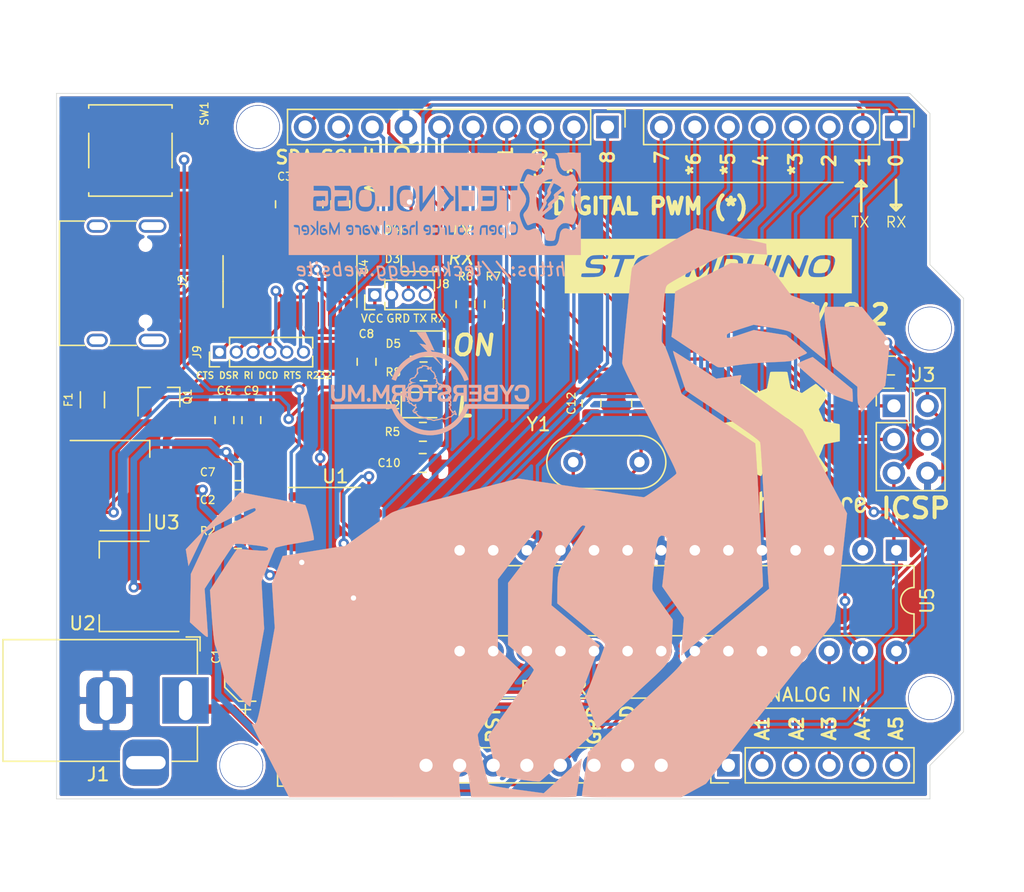
<source format=kicad_pcb>
(kicad_pcb (version 20171130) (host pcbnew "(5.1.5)-3")
  (layers (0 F.Cu signal) (31 B.Cu signal) (34 B.Paste user) (35 F.Paste user) (36 B.SilkS user) (37 F.SilkS user) (38 B.Mask user) (39 F.Mask user) (44 Edge.Cuts user))
  (net 0 "")
  (net 1 "Net-(Q1-Pad2)")
  (net 2 /VBUS)
  (net 3 +5V)
  (net 4 /VIN)
  (net 5 GND)
  (net 6 +3V3)
  (net 7 "Net-(R3-Pad2)")
  (net 8 "Net-(R4-Pad2)")
  (net 9 "Net-(U4-Pad7)")
  (net 10 "Net-(U4-Pad8)")
  (net 11 "Net-(C8-Pad2)")
  (net 12 /DTR)
  (net 13 /D9)
  (net 14 /D0)
  (net 15 /D10)
  (net 16 /D1)
  (net 17 /D11)
  (net 18 /D2)
  (net 19 /D12)
  (net 20 /D3)
  (net 21 /D13)
  (net 22 /D4)
  (net 23 /AREF)
  (net 24 /A0)
  (net 25 /A1)
  (net 26 /D5)
  (net 27 /A2)
  (net 28 /D6)
  (net 29 /A3)
  (net 30 /D7)
  (net 31 /A4)
  (net 32 /D8)
  (net 33 /A5)
  (net 34 "Net-(F1-Pad2)")
  (net 35 "Net-(J5-Pad1)")
  (net 36 "Net-(R1-Pad2)")
  (net 37 "Net-(R5-Pad1)")
  (net 38 "Net-(D2-Pad2)")
  (net 39 "Net-(D1-Pad1)")
  (net 40 "Net-(J2-PadA7)")
  (net 41 "Net-(J2-PadA6)")
  (net 42 "Net-(J2-PadB8)")
  (net 43 "Net-(J2-PadA5)")
  (net 44 "Net-(J2-PadA8)")
  (net 45 "Net-(J2-PadB5)")
  (net 46 "Net-(J2-PadS1)")
  (net 47 "Net-(D3-Pad2)")
  (net 48 "Net-(D4-Pad2)")
  (net 49 "Net-(D5-Pad2)")
  (net 50 "Net-(C11-Pad2)")
  (net 51 "Net-(C12-Pad1)")
  (net 52 /RI)
  (net 53 /DCD)
  (net 54 /DSR)
  (net 55 /RTS)
  (net 56 /CTS)
  (net 57 /R232)
  (module Connector_PinHeader_1.27mm:PinHeader_1x06_P1.27mm_Vertical (layer F.Cu) (at 122.05208 65.02654 90)
    (fp_text reference J9 (at 0 -1.695 90) (layer F.SilkS) (effects (font (size 0.6 0.6) (thickness 0.1))))
    (fp_text value Conn_01x06_MountingPin)
    (pad 6 thru_hole oval (at 0 6.35 90) (size 1 1) (drill 0.65) (layers *.Cu *.Mask) (net 57 /R232))
    (pad 5 thru_hole oval (at 0 5.08 90) (size 1 1) (drill 0.65) (layers *.Cu *.Mask) (net 55 /RTS))
    (pad 4 thru_hole oval (at 0 3.81 90) (size 1 1) (drill 0.65) (layers *.Cu *.Mask) (net 53 /DCD))
    (pad 3 thru_hole oval (at 0 2.54 90) (size 1 1) (drill 0.65) (layers *.Cu *.Mask) (net 52 /RI))
    (pad 2 thru_hole oval (at 0 1.27 90) (size 1 1) (drill 0.65) (layers *.Cu *.Mask) (net 54 /DSR))
    (pad 1 thru_hole rect (at 0 0 90) (size 1 1) (drill 0.65) (layers *.Cu *.Mask) (net 56 /CTS))
  )
  (module logo:modern-dodos-3 (layer B.Cu) (at 139.8016 71.6788 180)
    (fp_text reference G*** hide)
    (fp_text value LOGO hide)
  )
  (module Connector_PinHeader_1.27mm:PinHeader_1x04_P1.27mm_Vertical (layer F.Cu) (at 133.7945 60.706 90)
    (fp_text reference J8 (at 0.8255 5.1435 180) (layer F.SilkS) (effects (font (size 0.6 0.6) (thickness 0.1))))
    (fp_text value Conn_01x04_MountingPin)
    (pad 4 thru_hole oval (at 0 3.81 90) (size 1 1) (drill 0.65) (layers *.Cu *.Mask) (net 14 /D0))
    (pad 3 thru_hole oval (at 0 2.54 90) (size 1 1) (drill 0.65) (layers *.Cu *.Mask) (net 16 /D1))
    (pad 2 thru_hole oval (at 0 1.27 90) (size 1 1) (drill 0.65) (layers *.Cu *.Mask) (net 5 GND))
    (pad 1 thru_hole rect (at 0 0 90) (size 1 1) (drill 0.65) (layers *.Cu *.Mask) (net 2 /VBUS))
  )
  (module Capacitor_SMD:CP_Elec_6.3x5.4 (layer F.Cu) (at 134.112 88.011 90)
    (fp_text reference C2 (at 0 -4.064 90) (layer F.SilkS) (effects (font (size 0.6 0.6) (thickness 0.1))))
    (fp_text value 10uF)
    (pad 1 smd roundrect (at -2.8 0 90) (size 3.5 1.6) (layers F.Cu F.Paste F.Mask) (roundrect_rratio 0.15625) (net 3 +5V))
    (pad 2 smd roundrect (at 2.8 0 90) (size 3.5 1.6) (layers F.Cu F.Paste F.Mask) (roundrect_rratio 0.15625) (net 5 GND))
  )
  (module Capacitor_SMD:CP_Elec_6.3x5.4 (layer F.Cu) (at 125.857 88.011 90)
    (fp_text reference C1 (at 0 -4.064 90) (layer F.SilkS) (effects (font (size 0.6 0.6) (thickness 0.1))))
    (fp_text value 47uF)
    (pad 2 smd roundrect (at 2.8 0 90) (size 3.5 1.6) (layers F.Cu F.Paste F.Mask) (roundrect_rratio 0.15625) (net 5 GND))
    (pad 1 smd roundrect (at -2.8 0 90) (size 3.5 1.6) (layers F.Cu F.Paste F.Mask) (roundrect_rratio 0.15625) (net 4 /VIN))
  )
  (module Crystal:Resonator-2Pin_W10.0mm_H5.0mm (layer F.Cu) (at 153.797 73.3425 180)
    (fp_text reference Y1 (at 7.62 2.8575) (layer F.SilkS))
    (fp_text value "16 Mhz")
    (pad 1 thru_hole circle (at 0 0 180) (size 1.5 1.5) (drill 0.8) (layers *.Cu *.Mask) (net 50 "Net-(C11-Pad2)"))
    (pad 2 thru_hole circle (at 5 0 180) (size 1.5 1.5) (drill 0.8) (layers *.Cu *.Mask) (net 51 "Net-(C12-Pad1)"))
  )
  (module Symbol:OSHW-Logo2_14.6x12mm_SilkScreen (layer F.Cu) (at 164.338 72.0598)
    (fp_text reference REF** hide)
    (fp_text value OSHW-Logo2_14.6x12mm_SilkScreen hide)
  )
  (module logo:tecknologg7 (layer B.Cu) (at 138.3284 53.7972 180)
    (fp_text reference G*** hide)
    (fp_text value LOGO hide)
  )
  (module Diode_SMD:D_SMA (layer F.Cu) (at 129.8448 96.1898)
    (fp_text reference D1 (at 0 -2.5) (layer F.SilkS) (effects (font (size 0.6 0.6) (thickness 0.1))))
    (fp_text value DIODE)
    (pad 2 smd rect (at 2 0) (size 2.5 1.8) (layers F.Cu F.Paste F.Mask) (net 4 /VIN))
    (pad 1 smd rect (at -2 0) (size 2.5 1.8) (layers F.Cu F.Paste F.Mask) (net 39 "Net-(D1-Pad1)"))
  )
  (module Capacitor_SMD:C_1206_3216Metric (layer F.Cu) (at 112.4458 68.6308 90)
    (fp_text reference F1 (at 0 -1.82 90) (layer F.SilkS) (effects (font (size 0.6 0.6) (thickness 0.1))))
    (fp_text value Fuse)
    (pad 2 smd roundrect (at 1.4 0 90) (size 1.25 1.75) (layers F.Cu F.Paste F.Mask) (roundrect_rratio 0.2) (net 34 "Net-(F1-Pad2)"))
    (pad 1 smd roundrect (at -1.4 0 90) (size 1.25 1.75) (layers F.Cu F.Paste F.Mask) (roundrect_rratio 0.2) (net 2 /VBUS))
  )
  (module Capacitor_SMD:C_0805_2012Metric (layer F.Cu) (at 151.1554 77.0636 180)
    (fp_text reference R10 (at 2.7178 -0.1524) (layer F.SilkS) (effects (font (size 0.6 0.6) (thickness 0.1))))
    (fp_text value 1M)
    (pad 2 smd roundrect (at 0.9375 0 180) (size 0.975 1.4) (layers F.Cu F.Paste F.Mask) (net 51 "Net-(C12-Pad1)"))
    (pad 1 smd roundrect (at -0.9375 0 180) (size 0.975 1.4) (layers F.Cu F.Paste F.Mask) (net 50 "Net-(C11-Pad2)"))
  )
  (module Capacitor_SMD:C_0805_2012Metric (layer F.Cu) (at 172.8216 66.04)
    (fp_text reference R9 (at -2.4384 0.0508) (layer F.SilkS) (effects (font (size 0.6 0.6) (thickness 0.1))))
    (fp_text value 1K)
    (pad 2 smd roundrect (at 0.9375 0) (size 0.975 1.4) (layers F.Cu F.Paste F.Mask) (net 3 +5V))
    (pad 1 smd roundrect (at -0.9375 0) (size 0.975 1.4) (layers F.Cu F.Paste F.Mask) (net 12 /DTR))
  )
  (module Capacitor_SMD:C_0805_2012Metric (layer F.Cu) (at 137.4775 66.4845 180)
    (fp_text reference R8 (at 2.286 -0.0635) (layer F.SilkS) (effects (font (size 0.6 0.6) (thickness 0.1))))
    (fp_text value 1k)
    (pad 1 smd roundrect (at -0.9375 0 180) (size 0.975 1.4) (layers F.Cu F.Paste F.Mask) (net 3 +5V))
    (pad 2 smd roundrect (at 0.9375 0 180) (size 0.975 1.4) (layers F.Cu F.Paste F.Mask) (net 49 "Net-(D5-Pad2)"))
  )
  (module Connector_USB2:USB_C_Receptacle_HRO_TYPE-C-31-M-12 (layer F.Cu) (at 113.8555 59.817 270)
    (fp_text reference J2 (at -0.127 -5.3975 90) (layer F.SilkS) (effects (font (size 0.6 0.6) (thickness 0.1))))
    (fp_text value USB_C_Receptacle_USB2.0)
    (pad B1 smd rect (at 3.25 -4.045 270) (size 0.6 1.45) (layers F.Cu F.Paste F.Mask) (net 5 GND))
    (pad A9 smd rect (at 2.45 -4.045 270) (size 0.6 1.45) (layers F.Cu F.Paste F.Mask) (net 34 "Net-(F1-Pad2)"))
    (pad B9 smd rect (at -2.45 -4.045 270) (size 0.6 1.45) (layers F.Cu F.Paste F.Mask) (net 34 "Net-(F1-Pad2)"))
    (pad B12 smd rect (at -3.25 -4.045 270) (size 0.6 1.45) (layers F.Cu F.Paste F.Mask) (net 5 GND))
    (pad A1 smd rect (at -3.25 -4.045 270) (size 0.6 1.45) (layers F.Cu F.Paste F.Mask) (net 5 GND))
    (pad A4 smd rect (at -2.45 -4.045 270) (size 0.6 1.45) (layers F.Cu F.Paste F.Mask) (net 34 "Net-(F1-Pad2)"))
    (pad B4 smd rect (at 2.45 -4.045 270) (size 0.6 1.45) (layers F.Cu F.Paste F.Mask) (net 34 "Net-(F1-Pad2)"))
    (pad A12 smd rect (at 3.25 -4.045 270) (size 0.6 1.45) (layers F.Cu F.Paste F.Mask) (net 5 GND))
    (pad B8 smd rect (at -1.75 -4.045 270) (size 0.3 1.45) (layers F.Cu F.Paste F.Mask) (net 42 "Net-(J2-PadB8)"))
    (pad A5 smd rect (at -1.25 -4.045 270) (size 0.3 1.45) (layers F.Cu F.Paste F.Mask) (net 43 "Net-(J2-PadA5)"))
    (pad B7 smd rect (at -0.75 -4.045 270) (size 0.3 1.45) (layers F.Cu F.Paste F.Mask) (net 40 "Net-(J2-PadA7)"))
    (pad A7 smd rect (at 0.25 -4.045 270) (size 0.3 1.45) (layers F.Cu F.Paste F.Mask) (net 40 "Net-(J2-PadA7)"))
    (pad B6 smd rect (at 0.75 -4.045 270) (size 0.3 1.45) (layers F.Cu F.Paste F.Mask) (net 41 "Net-(J2-PadA6)"))
    (pad A8 smd rect (at 1.25 -4.045 270) (size 0.3 1.45) (layers F.Cu F.Paste F.Mask) (net 44 "Net-(J2-PadA8)"))
    (pad B5 smd rect (at 1.75 -4.045 270) (size 0.3 1.45) (layers F.Cu F.Paste F.Mask) (net 45 "Net-(J2-PadB5)"))
    (pad A6 smd rect (at -0.25 -4.045 270) (size 0.3 1.45) (layers F.Cu F.Paste F.Mask) (net 41 "Net-(J2-PadA6)"))
    (pad S1 thru_hole oval (at 4.32 -3.13 270) (size 1 2.1) (drill oval 0.6 1.7) (layers *.Cu *.Mask) (net 46 "Net-(J2-PadS1)"))
    (pad S1 thru_hole oval (at -4.32 -3.13 270) (size 1 2.1) (drill oval 0.6 1.7) (layers *.Cu *.Mask) (net 46 "Net-(J2-PadS1)"))
    (pad "" np_thru_hole circle (at -2.89 -2.6 270) (size 0.65 0.65) (drill 0.65) (layers *.Cu *.Mask))
    (pad S1 thru_hole oval (at -4.32 1.05 270) (size 1 1.6) (drill oval 0.6 1.2) (layers *.Cu *.Mask) (net 46 "Net-(J2-PadS1)"))
    (pad "" np_thru_hole circle (at 2.89 -2.6 270) (size 0.65 0.65) (drill 0.65) (layers *.Cu *.Mask))
    (pad S1 thru_hole oval (at 4.32 1.05 270) (size 1 1.6) (drill oval 0.6 1.2) (layers *.Cu *.Mask) (net 46 "Net-(J2-PadS1)"))
  )
  (module Connector_PinHeader_2.54mm:PinHeader_2x03_P2.54mm_Vertical (layer F.Cu) (at 173.0375 69.088)
    (fp_text reference J3 (at 2.286 -2.33) (layer F.SilkS))
    (fp_text value Conn_02x03_Odd_Even)
    (pad 6 thru_hole oval (at 2.54 5.08) (size 1.7 1.7) (drill 1) (layers *.Cu *.Mask) (net 5 GND))
    (pad 5 thru_hole oval (at 0 5.08) (size 1.7 1.7) (drill 1) (layers *.Cu *.Mask) (net 12 /DTR))
    (pad 4 thru_hole oval (at 2.54 2.54) (size 1.7 1.7) (drill 1) (layers *.Cu *.Mask) (net 17 /D11))
    (pad 3 thru_hole oval (at 0 2.54) (size 1.7 1.7) (drill 1) (layers *.Cu *.Mask) (net 21 /D13))
    (pad 2 thru_hole oval (at 2.54 0) (size 1.7 1.7) (drill 1) (layers *.Cu *.Mask) (net 3 +5V))
    (pad 1 thru_hole rect (at 0 0) (size 1.7 1.7) (drill 1) (layers *.Cu *.Mask) (net 19 /D12))
  )
  (module Package_DIP:DIP-28_W7.62mm (layer F.Cu) (at 173.228 80.01 270)
    (fp_text reference U5 (at 3.81 -2.33 90) (layer F.SilkS))
    (fp_text value ATmega328P-PU)
    (pad 1 thru_hole rect (at 0 0 270) (size 1.6 1.6) (drill 0.8) (layers *.Cu *.Mask) (net 12 /DTR))
    (pad 15 thru_hole oval (at 7.62 33.02 270) (size 1.6 1.6) (drill 0.8) (layers *.Cu *.Mask) (net 13 /D9))
    (pad 2 thru_hole oval (at 0 2.54 270) (size 1.6 1.6) (drill 0.8) (layers *.Cu *.Mask) (net 14 /D0))
    (pad 16 thru_hole oval (at 7.62 30.48 270) (size 1.6 1.6) (drill 0.8) (layers *.Cu *.Mask) (net 15 /D10))
    (pad 3 thru_hole oval (at 0 5.08 270) (size 1.6 1.6) (drill 0.8) (layers *.Cu *.Mask) (net 16 /D1))
    (pad 17 thru_hole oval (at 7.62 27.94 270) (size 1.6 1.6) (drill 0.8) (layers *.Cu *.Mask) (net 17 /D11))
    (pad 4 thru_hole oval (at 0 7.62 270) (size 1.6 1.6) (drill 0.8) (layers *.Cu *.Mask) (net 18 /D2))
    (pad 18 thru_hole oval (at 7.62 25.4 270) (size 1.6 1.6) (drill 0.8) (layers *.Cu *.Mask) (net 19 /D12))
    (pad 5 thru_hole oval (at 0 10.16 270) (size 1.6 1.6) (drill 0.8) (layers *.Cu *.Mask) (net 20 /D3))
    (pad 19 thru_hole oval (at 7.62 22.86 270) (size 1.6 1.6) (drill 0.8) (layers *.Cu *.Mask) (net 21 /D13))
    (pad 6 thru_hole oval (at 0 12.7 270) (size 1.6 1.6) (drill 0.8) (layers *.Cu *.Mask) (net 22 /D4))
    (pad 20 thru_hole oval (at 7.62 20.32 270) (size 1.6 1.6) (drill 0.8) (layers *.Cu *.Mask) (net 3 +5V))
    (pad 7 thru_hole oval (at 0 15.24 270) (size 1.6 1.6) (drill 0.8) (layers *.Cu *.Mask) (net 3 +5V))
    (pad 21 thru_hole oval (at 7.62 17.78 270) (size 1.6 1.6) (drill 0.8) (layers *.Cu *.Mask) (net 23 /AREF))
    (pad 8 thru_hole oval (at 0 17.78 270) (size 1.6 1.6) (drill 0.8) (layers *.Cu *.Mask) (net 5 GND))
    (pad 22 thru_hole oval (at 7.62 15.24 270) (size 1.6 1.6) (drill 0.8) (layers *.Cu *.Mask) (net 5 GND))
    (pad 9 thru_hole oval (at 0 20.32 270) (size 1.6 1.6) (drill 0.8) (layers *.Cu *.Mask) (net 50 "Net-(C11-Pad2)"))
    (pad 23 thru_hole oval (at 7.62 12.7 270) (size 1.6 1.6) (drill 0.8) (layers *.Cu *.Mask) (net 24 /A0))
    (pad 10 thru_hole oval (at 0 22.86 270) (size 1.6 1.6) (drill 0.8) (layers *.Cu *.Mask) (net 51 "Net-(C12-Pad1)"))
    (pad 24 thru_hole oval (at 7.62 10.16 270) (size 1.6 1.6) (drill 0.8) (layers *.Cu *.Mask) (net 25 /A1))
    (pad 11 thru_hole oval (at 0 25.4 270) (size 1.6 1.6) (drill 0.8) (layers *.Cu *.Mask) (net 26 /D5))
    (pad 25 thru_hole oval (at 7.62 7.62 270) (size 1.6 1.6) (drill 0.8) (layers *.Cu *.Mask) (net 27 /A2))
    (pad 12 thru_hole oval (at 0 27.94 270) (size 1.6 1.6) (drill 0.8) (layers *.Cu *.Mask) (net 28 /D6))
    (pad 26 thru_hole oval (at 7.62 5.08 270) (size 1.6 1.6) (drill 0.8) (layers *.Cu *.Mask) (net 29 /A3))
    (pad 13 thru_hole oval (at 0 30.48 270) (size 1.6 1.6) (drill 0.8) (layers *.Cu *.Mask) (net 30 /D7))
    (pad 27 thru_hole oval (at 7.62 2.54 270) (size 1.6 1.6) (drill 0.8) (layers *.Cu *.Mask) (net 31 /A4))
    (pad 14 thru_hole oval (at 0 33.02 270) (size 1.6 1.6) (drill 0.8) (layers *.Cu *.Mask) (net 32 /D8))
    (pad 28 thru_hole oval (at 7.62 0 270) (size 1.6 1.6) (drill 0.8) (layers *.Cu *.Mask) (net 33 /A5))
  )
  (module logo:minicyberstorm3 (layer B.Cu) (at 137.9728 67.4116 180)
    (fp_text reference G*** hide)
    (fp_text value LOGO hide)
  )
  (module Capacitor_SMD:C_0805_2012Metric (layer F.Cu) (at 150.1775 68.8975 90)
    (fp_text reference C12 (at 0 -1.524 90) (layer F.SilkS) (effects (font (size 0.6 0.6) (thickness 0.1))))
    (fp_text value 22pF)
    (pad 1 smd roundrect (at -0.9375 0 90) (size 0.975 1.4) (layers F.Cu F.Paste F.Mask) (net 51 "Net-(C12-Pad1)"))
    (pad 2 smd roundrect (at 0.9375 0 90) (size 0.975 1.4) (layers F.Cu F.Paste F.Mask) (net 5 GND))
  )
  (module Capacitor_SMD:C_0805_2012Metric (layer F.Cu) (at 153.924 68.8975 270)
    (fp_text reference C11 (at 0 -1.524 90) (layer F.SilkS) (effects (font (size 0.6 0.6) (thickness 0.1))))
    (fp_text value 22pF)
    (pad 2 smd roundrect (at 0.9375 0 270) (size 0.975 1.4) (layers F.Cu F.Paste F.Mask) (net 50 "Net-(C11-Pad2)"))
    (pad 1 smd roundrect (at -0.9375 0 270) (size 0.975 1.4) (layers F.Cu F.Paste F.Mask) (net 5 GND))
  )
  (module LED_SMD:LED_0805_2012Metric (layer F.Cu) (at 137.4775 64.389 180)
    (fp_text reference D5 (at 2.286 0) (layer F.SilkS) (effects (font (size 0.6 0.6) (thickness 0.1))))
    (fp_text value LED)
    (pad 1 smd roundrect (at -0.9375 0 180) (size 0.975 1.4) (layers F.Cu F.Paste F.Mask) (net 5 GND))
    (pad 2 smd roundrect (at 0.9375 0 180) (size 0.975 1.4) (layers F.Cu F.Paste F.Mask) (net 49 "Net-(D5-Pad2)"))
  )
  (module LED_SMD:LED_0805_2012Metric (layer F.Cu) (at 137.4775 69.0245)
    (fp_text reference D2 (at -2.3495 0) (layer F.SilkS) (effects (font (size 0.6 0.6) (thickness 0.1))))
    (fp_text value LED)
    (pad 1 smd roundrect (at -0.9375 0) (size 0.975 1.4) (layers F.Cu F.Paste F.Mask) (net 5 GND))
    (pad 2 smd roundrect (at 0.9375 0) (size 0.975 1.4) (layers F.Cu F.Paste F.Mask) (net 38 "Net-(D2-Pad2)"))
  )
  (module LED_SMD:LED_0805_2012Metric (layer F.Cu) (at 137.4775 57.9755)
    (fp_text reference D3 (at -2.3495 0) (layer F.SilkS) (effects (font (size 0.6 0.6) (thickness 0.1))))
    (fp_text value LED)
    (pad 1 smd roundrect (at -0.9375 0) (size 0.975 1.4) (layers F.Cu F.Paste F.Mask) (net 16 /D1))
    (pad 2 smd roundrect (at 0.9375 0) (size 0.975 1.4) (layers F.Cu F.Paste F.Mask) (net 47 "Net-(D3-Pad2)"))
  )
  (module LED_SMD:LED_0805_2012Metric (layer F.Cu) (at 137.4775 55.753)
    (fp_text reference D4 (at -2.4003 0) (layer F.SilkS) (effects (font (size 0.6 0.6) (thickness 0.1))))
    (fp_text value LED)
    (pad 2 smd roundrect (at 0.9375 0) (size 0.975 1.4) (layers F.Cu F.Paste F.Mask) (net 48 "Net-(D4-Pad2)"))
    (pad 1 smd roundrect (at -0.9375 0) (size 0.975 1.4) (layers F.Cu F.Paste F.Mask) (net 14 /D0))
  )
  (module Package_SO:SOIC-16_3.9x9.9mm_P1.27mm (layer F.Cu) (at 127.381 59.69 270)
    (fp_text reference U4 (at -1.0795 -5.588 90) (layer F.SilkS) (effects (font (size 0.6 0.6) (thickness 0.1))))
    (fp_text value CH340C)
    (pad 16 smd roundrect (at 2.475 -4.445 270) (size 1.95 0.6) (layers F.Cu F.Paste F.Mask) (net 2 /VBUS))
    (pad 15 smd roundrect (at 2.475 -3.175 270) (size 1.95 0.6) (layers F.Cu F.Paste F.Mask) (net 57 /R232))
    (pad 14 smd roundrect (at 2.475 -1.905 270) (size 1.95 0.6) (layers F.Cu F.Paste F.Mask) (net 55 /RTS))
    (pad 13 smd roundrect (at 2.475 -0.635 270) (size 1.95 0.6) (layers F.Cu F.Paste F.Mask) (net 11 "Net-(C8-Pad2)"))
    (pad 12 smd roundrect (at 2.475 0.635 270) (size 1.95 0.6) (layers F.Cu F.Paste F.Mask) (net 53 /DCD))
    (pad 11 smd roundrect (at 2.475 1.905 270) (size 1.95 0.6) (layers F.Cu F.Paste F.Mask) (net 52 /RI))
    (pad 10 smd roundrect (at 2.475 3.175 270) (size 1.95 0.6) (layers F.Cu F.Paste F.Mask) (net 54 /DSR))
    (pad 9 smd roundrect (at 2.475 4.445 270) (size 1.95 0.6) (layers F.Cu F.Paste F.Mask) (net 56 /CTS))
    (pad 8 smd roundrect (at -2.475 4.445 270) (size 1.95 0.6) (layers F.Cu F.Paste F.Mask) (net 10 "Net-(U4-Pad8)"))
    (pad 7 smd roundrect (at -2.475 3.175 270) (size 1.95 0.6) (layers F.Cu F.Paste F.Mask) (net 9 "Net-(U4-Pad7)"))
    (pad 6 smd roundrect (at -2.475 1.905 270) (size 1.95 0.6) (layers F.Cu F.Paste F.Mask) (net 40 "Net-(J2-PadA7)"))
    (pad 5 smd roundrect (at -2.475 0.635 270) (size 1.95 0.6) (layers F.Cu F.Paste F.Mask) (net 41 "Net-(J2-PadA6)"))
    (pad 4 smd roundrect (at -2.475 -0.635 270) (size 1.95 0.6) (layers F.Cu F.Paste F.Mask) (net 6 +3V3))
    (pad 3 smd roundrect (at -2.475 -1.905 270) (size 1.95 0.6) (layers F.Cu F.Paste F.Mask) (net 8 "Net-(R4-Pad2)"))
    (pad 2 smd roundrect (at -2.475 -3.175 270) (size 1.95 0.6) (layers F.Cu F.Paste F.Mask) (net 7 "Net-(R3-Pad2)"))
    (pad 1 smd roundrect (at -2.475 -4.445 270) (size 1.95 0.6) (layers F.Cu F.Paste F.Mask) (net 5 GND))
  )
  (module Capacitor_SMD:C_0805_2012Metric (layer F.Cu) (at 129.159 53.848 270)
    (fp_text reference R4 (at -2.0955 -0.0635) (layer F.SilkS) (effects (font (size 0.6 0.6) (thickness 0.1))))
    (fp_text value 1k)
    (pad 1 smd roundrect (at -0.9375 0 270) (size 0.975 1.4) (layers F.Cu F.Paste F.Mask) (net 16 /D1))
    (pad 2 smd roundrect (at 0.9375 0 270) (size 0.975 1.4) (layers F.Cu F.Paste F.Mask) (net 8 "Net-(R4-Pad2)"))
  )
  (module Capacitor_SMD:C_0805_2012Metric (layer F.Cu) (at 137.429 71.0565)
    (fp_text reference R5 (at -2.301 0) (layer F.SilkS) (effects (font (size 0.6 0.6) (thickness 0.1))))
    (fp_text value 1k)
    (pad 1 smd roundrect (at -0.9375 0) (size 0.975 1.4) (layers F.Cu F.Paste F.Mask) (net 37 "Net-(R5-Pad1)"))
    (pad 2 smd roundrect (at 0.9375 0) (size 0.975 1.4) (layers F.Cu F.Paste F.Mask) (net 38 "Net-(D2-Pad2)"))
  )
  (module Capacitor_SMD:C_0805_2012Metric (layer F.Cu) (at 140.6525 61.4045 270)
    (fp_text reference R6 (at -2.0955 0) (layer F.SilkS) (effects (font (size 0.6 0.6) (thickness 0.1))))
    (fp_text value 1k)
    (pad 1 smd roundrect (at -0.9375 0 270) (size 0.975 1.4) (layers F.Cu F.Paste F.Mask) (net 47 "Net-(D3-Pad2)"))
    (pad 2 smd roundrect (at 0.9375 0 270) (size 0.975 1.4) (layers F.Cu F.Paste F.Mask) (net 3 +5V))
  )
  (module Capacitor_SMD:C_0805_2012Metric (layer F.Cu) (at 131.191 53.848 270)
    (fp_text reference R3 (at -2.0955 0.0635) (layer F.SilkS) (effects (font (size 0.6 0.6) (thickness 0.1))))
    (fp_text value 1k)
    (pad 1 smd roundrect (at -0.9375 0 270) (size 0.975 1.4) (layers F.Cu F.Paste F.Mask) (net 14 /D0))
    (pad 2 smd roundrect (at 0.9375 0 270) (size 0.975 1.4) (layers F.Cu F.Paste F.Mask) (net 7 "Net-(R3-Pad2)"))
  )
  (module Capacitor_SMD:C_0805_2012Metric (layer F.Cu) (at 123.444 78.5495 180)
    (fp_text reference R2 (at 2.286 0) (layer F.SilkS) (effects (font (size 0.6 0.6) (thickness 0.1))))
    (fp_text value 10k)
    (pad 1 smd roundrect (at -0.9375 0 180) (size 0.975 1.4) (layers F.Cu F.Paste F.Mask) (net 36 "Net-(R1-Pad2)"))
    (pad 2 smd roundrect (at 0.9375 0 180) (size 0.975 1.4) (layers F.Cu F.Paste F.Mask) (net 5 GND))
  )
  (module Capacitor_SMD:C_0805_2012Metric (layer F.Cu) (at 142.8115 61.4045 90)
    (fp_text reference R7 (at 2.0955 -0.0635 180) (layer F.SilkS) (effects (font (size 0.6 0.6) (thickness 0.1))))
    (fp_text value 1k)
    (pad 1 smd roundrect (at -0.9375 0 90) (size 0.975 1.4) (layers F.Cu F.Paste F.Mask) (net 3 +5V))
    (pad 2 smd roundrect (at 0.9375 0 90) (size 0.975 1.4) (layers F.Cu F.Paste F.Mask) (net 48 "Net-(D4-Pad2)"))
  )
  (module Capacitor_SMD:C_0805_2012Metric (layer F.Cu) (at 123.444 80.5815)
    (fp_text reference R1 (at -2.2225 0) (layer F.SilkS) (effects (font (size 0.6 0.6) (thickness 0.1))))
    (fp_text value 10k)
    (pad 1 smd roundrect (at -0.9375 0) (size 0.975 1.4) (layers F.Cu F.Paste F.Mask) (net 4 /VIN))
    (pad 2 smd roundrect (at 0.9375 0) (size 0.975 1.4) (layers F.Cu F.Paste F.Mask) (net 36 "Net-(R1-Pad2)"))
  )
  (module Capacitor_SMD:C_0805_2012Metric (layer F.Cu) (at 137.414 73.406)
    (fp_text reference C10 (at -2.54 0) (layer F.SilkS) (effects (font (size 0.6 0.6) (thickness 0.1))))
    (fp_text value 100nF)
    (pad 1 smd roundrect (at -0.9375 0) (size 0.975 1.4) (layers F.Cu F.Paste F.Mask) (net 3 +5V))
    (pad 2 smd roundrect (at 0.9375 0) (size 0.975 1.4) (layers F.Cu F.Paste F.Mask) (net 5 GND))
  )
  (module Capacitor_SMD:C_0805_2012Metric (layer F.Cu) (at 137.668 81.788 90)
    (fp_text reference C13 (at -2.159 0 180) (layer F.SilkS) (effects (font (size 0.6 0.6) (thickness 0.1))))
    (fp_text value 100nF)
    (pad 1 smd roundrect (at -0.9375 0 90) (size 0.975 1.4) (layers F.Cu F.Paste F.Mask) (net 23 /AREF))
    (pad 2 smd roundrect (at 0.9375 0 90) (size 0.975 1.4) (layers F.Cu F.Paste F.Mask) (net 5 GND))
  )
  (module Capacitor_SMD:C_0805_2012Metric (layer F.Cu) (at 133.1722 65.75806 90)
    (fp_text reference C8 (at 2.11074 -0.01524 180) (layer F.SilkS) (effects (font (size 0.6 0.6) (thickness 0.1))))
    (fp_text value 100nf)
    (pad 1 smd roundrect (at -0.9375 0 90) (size 0.975 1.4) (layers F.Cu F.Paste F.Mask) (net 12 /DTR))
    (pad 2 smd roundrect (at 0.9375 0 90) (size 0.975 1.4) (layers F.Cu F.Paste F.Mask) (net 11 "Net-(C8-Pad2)"))
  )
  (module Capacitor_SMD:C_0805_2012Metric (layer F.Cu) (at 124.46 70.1675 90)
    (fp_text reference C9 (at 2.2225 0 180) (layer F.SilkS) (effects (font (size 0.6 0.6) (thickness 0.1))))
    (fp_text value 100nF)
    (pad 1 smd roundrect (at -0.9375 0 90) (size 0.975 1.4) (layers F.Cu F.Paste F.Mask) (net 6 +3V3))
    (pad 2 smd roundrect (at 0.9375 0 90) (size 0.975 1.4) (layers F.Cu F.Paste F.Mask) (net 5 GND))
  )
  (module Capacitor_SMD:C_0805_2012Metric (layer F.Cu) (at 130.5052 81.8896)
    (fp_text reference C4 (at 2.286 -0.0635) (layer F.SilkS) (effects (font (size 0.5 0.5) (thickness 0.1))))
    (fp_text value 100nF)
    (pad 1 smd roundrect (at -0.9375 0) (size 0.975 1.4) (layers F.Cu F.Paste F.Mask) (net 3 +5V))
    (pad 2 smd roundrect (at 0.9375 0) (size 0.975 1.4) (layers F.Cu F.Paste F.Mask) (net 5 GND))
  )
  (module Capacitor_SMD:C_0805_2012Metric (layer F.Cu) (at 123.444 74.041)
    (fp_text reference C7 (at -2.286 0.0635 180) (layer F.SilkS) (effects (font (size 0.6 0.6) (thickness 0.1))))
    (fp_text value 100nF)
    (pad 1 smd roundrect (at -0.9375 0) (size 0.975 1.4) (layers F.Cu F.Paste F.Mask) (net 3 +5V))
    (pad 2 smd roundrect (at 0.9375 0) (size 0.975 1.4) (layers F.Cu F.Paste F.Mask) (net 5 GND))
  )
  (module Capacitor_SMD:C_0805_2012Metric (layer F.Cu) (at 122.428 70.1675 90)
    (fp_text reference C6 (at 2.2225 0 180) (layer F.SilkS) (effects (font (size 0.6 0.6) (thickness 0.1))))
    (fp_text value 10uF)
    (pad 1 smd roundrect (at -0.9375 0 90) (size 0.975 1.4) (layers F.Cu F.Paste F.Mask) (net 6 +3V3))
    (pad 2 smd roundrect (at 0.9375 0 90) (size 0.975 1.4) (layers F.Cu F.Paste F.Mask) (net 5 GND))
  )
  (module Capacitor_SMD:C_0805_2012Metric (layer F.Cu) (at 127 53.848 270)
    (fp_text reference C3 (at -2.0955 0 180) (layer F.SilkS) (effects (font (size 0.6 0.6) (thickness 0.1))))
    (fp_text value 100nF)
    (pad 2 smd roundrect (at 0.9375 0 270) (size 0.975 1.4) (layers F.Cu F.Paste F.Mask) (net 6 +3V3))
    (pad 1 smd roundrect (at -0.9375 0 270) (size 0.975 1.4) (layers F.Cu F.Paste F.Mask) (net 5 GND))
  )
  (module Capacitor_SMD:C_0805_2012Metric (layer F.Cu) (at 123.444 76.1365)
    (fp_text reference C2 (at -2.286 0.0635) (layer F.SilkS) (effects (font (size 0.6 0.6) (thickness 0.1))))
    (fp_text value 10uF)
    (pad 2 smd roundrect (at 0.9375 0) (size 0.975 1.4) (layers F.Cu F.Paste F.Mask) (net 5 GND))
    (pad 1 smd roundrect (at -0.9375 0) (size 0.975 1.4) (layers F.Cu F.Paste F.Mask) (net 3 +5V))
  )
  (module Package_TO_SOT_SMD:SOT-23 (layer F.Cu) (at 117.475 68.453 90)
    (fp_text reference Q1 (at 0.0635 2.159 90) (layer F.SilkS) (effects (font (size 0.6 0.6) (thickness 0.1))))
    (fp_text value BS250)
    (pad 3 smd rect (at 1 0 90) (size 0.9 0.8) (layers F.Cu F.Paste F.Mask) (net 2 /VBUS))
    (pad 2 smd rect (at -1 0.95 90) (size 0.9 0.8) (layers F.Cu F.Paste F.Mask) (net 3 +5V))
    (pad 1 smd rect (at -1 -0.95 90) (size 0.9 0.8) (layers F.Cu F.Paste F.Mask) (net 1 "Net-(Q1-Pad2)"))
  )
  (module Package_SO:SOP-8_3.76x4.96mm_P1.27mm (layer F.Cu) (at 130.81 77.851)
    (fp_text reference U1 (at 0 -3.43) (layer F.SilkS))
    (fp_text value LM358)
    (pad 1 smd roundrect (at -2.5375 -1.905) (size 1.975 0.65) (layers F.Cu F.Paste F.Mask) (net 1 "Net-(Q1-Pad2)"))
    (pad 2 smd roundrect (at -2.5375 -0.635) (size 1.975 0.65) (layers F.Cu F.Paste F.Mask) (net 6 +3V3))
    (pad 3 smd roundrect (at -2.5375 0.635) (size 1.975 0.65) (layers F.Cu F.Paste F.Mask) (net 36 "Net-(R1-Pad2)"))
    (pad 4 smd roundrect (at -2.5375 1.905) (size 1.975 0.65) (layers F.Cu F.Paste F.Mask) (net 5 GND))
    (pad 5 smd roundrect (at 2.5375 1.905) (size 1.975 0.65) (layers F.Cu F.Paste F.Mask) (net 21 /D13))
    (pad 6 smd roundrect (at 2.5375 0.635) (size 1.975 0.65) (layers F.Cu F.Paste F.Mask) (net 37 "Net-(R5-Pad1)"))
    (pad 7 smd roundrect (at 2.5375 -0.635) (size 1.975 0.65) (layers F.Cu F.Paste F.Mask) (net 37 "Net-(R5-Pad1)"))
    (pad 8 smd roundrect (at 2.5375 -1.905) (size 1.975 0.65) (layers F.Cu F.Paste F.Mask) (net 3 +5V))
  )
  (module Button_Switch_SMD:SW_SPST_B3S-1000 (layer F.Cu) (at 115.316 49.784)
    (fp_text reference SW1 (at 5.588 -2.78384 -90) (layer F.SilkS) (effects (font (size 0.6 0.6) (thickness 0.1))))
    (fp_text value SW_Push)
    (pad 2 smd rect (at 3.975 2.25) (size 1.55 1.3) (layers F.Cu F.Paste F.Mask) (net 12 /DTR))
    (pad 2 smd rect (at -3.975 2.25) (size 1.55 1.3) (layers F.Cu F.Paste F.Mask) (net 12 /DTR))
    (pad 1 smd rect (at 3.975 -2.25) (size 1.55 1.3) (layers F.Cu F.Paste F.Mask) (net 5 GND))
    (pad 1 smd rect (at -3.975 -2.25) (size 1.55 1.3) (layers F.Cu F.Paste F.Mask) (net 5 GND))
  )
  (module Connector_BarrelJack:BarrelJack_Horizontal (layer F.Cu) (at 119.4816 91.3638)
    (fp_text reference J1 (at -6.604 5.588) (layer F.SilkS))
    (fp_text value Jack-DC)
    (pad 3 thru_hole roundrect (at -3 4.7) (size 3.5 3.5) (drill oval 3 1) (layers *.Cu *.Mask))
    (pad 2 thru_hole roundrect (at -6 0) (size 3 3.5) (drill oval 1 3) (layers *.Cu *.Mask) (net 5 GND))
    (pad 1 thru_hole rect (at 0 0) (size 3.5 3.5) (drill oval 1 3) (layers *.Cu *.Mask) (net 39 "Net-(D1-Pad1)"))
  )
  (module Connector_PinHeader_2.54mm:PinHeader_1x08_P2.54mm_Vertical (layer F.Cu) (at 137.668 96.266 90)
    (fp_text reference J5 hide)
    (fp_text value Conn_01x08_MountingPin)
    (pad 1 thru_hole rect (at 0 0 90) (size 1.7 1.7) (drill 1) (layers *.Cu *.Mask) (net 35 "Net-(J5-Pad1)"))
    (pad 2 thru_hole oval (at 0 2.54 90) (size 1.7 1.7) (drill 1) (layers *.Cu *.Mask) (net 3 +5V))
    (pad 3 thru_hole oval (at 0 5.08 90) (size 1.7 1.7) (drill 1) (layers *.Cu *.Mask) (net 12 /DTR))
    (pad 4 thru_hole oval (at 0 7.62 90) (size 1.7 1.7) (drill 1) (layers *.Cu *.Mask) (net 6 +3V3))
    (pad 5 thru_hole oval (at 0 10.16 90) (size 1.7 1.7) (drill 1) (layers *.Cu *.Mask) (net 3 +5V))
    (pad 6 thru_hole oval (at 0 12.7 90) (size 1.7 1.7) (drill 1) (layers *.Cu *.Mask) (net 5 GND))
    (pad 7 thru_hole oval (at 0 15.24 90) (size 1.7 1.7) (drill 1) (layers *.Cu *.Mask) (net 5 GND))
    (pad 8 thru_hole oval (at 0 17.78 90) (size 1.7 1.7) (drill 1) (layers *.Cu *.Mask) (net 4 /VIN))
  )
  (module Connector_PinHeader_2.54mm:PinHeader_1x10_P2.54mm_Vertical (layer F.Cu) (at 151.384 48.006 270)
    (fp_text reference J6 hide)
    (fp_text value Conn_01x10_MountingPin)
    (pad 10 thru_hole oval (at 0 22.86 270) (size 1.7 1.7) (drill 1) (layers *.Cu *.Mask) (net 33 /A5))
    (pad 9 thru_hole oval (at 0 20.32 270) (size 1.7 1.7) (drill 1) (layers *.Cu *.Mask) (net 31 /A4))
    (pad 8 thru_hole oval (at 0 17.78 270) (size 1.7 1.7) (drill 1) (layers *.Cu *.Mask) (net 23 /AREF))
    (pad 7 thru_hole oval (at 0 15.24 270) (size 1.7 1.7) (drill 1) (layers *.Cu *.Mask) (net 5 GND))
    (pad 6 thru_hole oval (at 0 12.7 270) (size 1.7 1.7) (drill 1) (layers *.Cu *.Mask) (net 21 /D13))
    (pad 5 thru_hole oval (at 0 10.16 270) (size 1.7 1.7) (drill 1) (layers *.Cu *.Mask) (net 19 /D12))
    (pad 4 thru_hole oval (at 0 7.62 270) (size 1.7 1.7) (drill 1) (layers *.Cu *.Mask) (net 17 /D11))
    (pad 3 thru_hole oval (at 0 5.08 270) (size 1.7 1.7) (drill 1) (layers *.Cu *.Mask) (net 15 /D10))
    (pad 2 thru_hole oval (at 0 2.54 270) (size 1.7 1.7) (drill 1) (layers *.Cu *.Mask) (net 13 /D9))
    (pad 1 thru_hole rect (at 0 0 270) (size 1.7 1.7) (drill 1) (layers *.Cu *.Mask) (net 32 /D8))
  )
  (module Connector_PinHeader_2.54mm:PinHeader_1x08_P2.54mm_Vertical (layer F.Cu) (at 173.228 48.006 270)
    (fp_text reference J7 hide)
    (fp_text value Conn_01x08_MountingPin)
    (pad 8 thru_hole oval (at 0 17.78 270) (size 1.7 1.7) (drill 1) (layers *.Cu *.Mask) (net 30 /D7))
    (pad 7 thru_hole oval (at 0 15.24 270) (size 1.7 1.7) (drill 1) (layers *.Cu *.Mask) (net 28 /D6))
    (pad 6 thru_hole oval (at 0 12.7 270) (size 1.7 1.7) (drill 1) (layers *.Cu *.Mask) (net 26 /D5))
    (pad 5 thru_hole oval (at 0 10.16 270) (size 1.7 1.7) (drill 1) (layers *.Cu *.Mask) (net 22 /D4))
    (pad 4 thru_hole oval (at 0 7.62 270) (size 1.7 1.7) (drill 1) (layers *.Cu *.Mask) (net 20 /D3))
    (pad 3 thru_hole oval (at 0 5.08 270) (size 1.7 1.7) (drill 1) (layers *.Cu *.Mask) (net 18 /D2))
    (pad 2 thru_hole oval (at 0 2.54 270) (size 1.7 1.7) (drill 1) (layers *.Cu *.Mask) (net 16 /D1))
    (pad 1 thru_hole rect (at 0 0 270) (size 1.7 1.7) (drill 1) (layers *.Cu *.Mask) (net 14 /D0))
  )
  (module Connector_PinHeader_2.54mm:PinHeader_1x06_P2.54mm_Vertical (layer F.Cu) (at 160.528 96.266 90)
    (fp_text reference J4 hide)
    (fp_text value Conn_01x06_MountingPin)
    (pad 6 thru_hole oval (at 0 12.7 90) (size 1.7 1.7) (drill 1) (layers *.Cu *.Mask) (net 33 /A5))
    (pad 5 thru_hole oval (at 0 10.16 90) (size 1.7 1.7) (drill 1) (layers *.Cu *.Mask) (net 31 /A4))
    (pad 4 thru_hole oval (at 0 7.62 90) (size 1.7 1.7) (drill 1) (layers *.Cu *.Mask) (net 29 /A3))
    (pad 3 thru_hole oval (at 0 5.08 90) (size 1.7 1.7) (drill 1) (layers *.Cu *.Mask) (net 27 /A2))
    (pad 2 thru_hole oval (at 0 2.54 90) (size 1.7 1.7) (drill 1) (layers *.Cu *.Mask) (net 25 /A1))
    (pad 1 thru_hole rect (at 0 0 90) (size 1.7 1.7) (drill 1) (layers *.Cu *.Mask) (net 24 /A0))
  )
  (module Package_TO_SOT_SMD:SOT-223-3_TabPin2 (layer F.Cu) (at 114.8715 82.7405 180)
    (fp_text reference U2 (at 3.175 -2.794) (layer F.SilkS))
    (fp_text value AMS1117-5.0)
    (pad 2 smd rect (at 3.15 0 180) (size 2 3.8) (layers F.Cu F.Paste F.Mask) (net 3 +5V))
    (pad 2 smd rect (at -3.15 0 180) (size 2 1.5) (layers F.Cu F.Paste F.Mask) (net 3 +5V))
    (pad 3 smd rect (at -3.15 2.3 180) (size 2 1.5) (layers F.Cu F.Paste F.Mask) (net 4 /VIN))
    (pad 1 smd rect (at -3.15 -2.3 180) (size 2 1.5) (layers F.Cu F.Paste F.Mask) (net 5 GND))
  )
  (module Package_TO_SOT_SMD:SOT-223-3_TabPin2 (layer F.Cu) (at 114.8715 75.1205)
    (fp_text reference U3 (at 3.175 2.794) (layer F.SilkS))
    (fp_text value AMS1117-3.3)
    (pad 1 smd rect (at -3.15 -2.3) (size 2 1.5) (layers F.Cu F.Paste F.Mask) (net 5 GND))
    (pad 3 smd rect (at -3.15 2.3) (size 2 1.5) (layers F.Cu F.Paste F.Mask) (net 3 +5V))
    (pad 2 smd rect (at -3.15 0) (size 2 1.5) (layers F.Cu F.Paste F.Mask) (net 6 +3V3))
    (pad 2 smd rect (at 3.15 0) (size 2 3.8) (layers F.Cu F.Paste F.Mask) (net 6 +3V3))
  )
  (module logos:stormduino5 (layer F.Cu) (at 158.9786 58.4962)
    (fp_text reference G*** hide)
    (fp_text value LOGO hide)
  )
  (gr_text "CTS DSR RI DCD RTS R232" (at 125.4125 66.7893) (layer F.SilkS) (effects (font (size 0.5 0.5) (thickness 0.1))))
  (gr_text TX (at 137.2235 62.484) (layer F.SilkS) (effects (font (size 0.6 0.6) (thickness 0.1))))
  (gr_text RX (at 138.557 62.484) (layer F.SilkS) (effects (font (size 0.6 0.6) (thickness 0.1))))
  (gr_text GRD (at 135.5725 62.484) (layer F.SilkS) (effects (font (size 0.6 0.6) (thickness 0.1))))
  (gr_text VCC (at 133.604 62.484) (layer F.SilkS) (effects (font (size 0.6 0.6) (thickness 0.1))))
  (gr_text ON (at 141.224 64.516) (layer F.SilkS) (effects (font (size 1.5 1.5) (thickness 0.3) italic)))
  (gr_text L (at 140.5255 69.1515) (layer F.SilkS) (effects (font (size 1.5 1.5) (thickness 0.3) italic)))
  (gr_text https://tecknologg.website (at 138.0744 58.7756) (layer B.SilkS) (effects (font (size 1 1) (thickness 0.15) italic) (justify mirror)))
  (gr_text RX (at 140.2715 57.912) (layer F.SilkS) (effects (font (size 1 1) (thickness 0.15) italic)))
  (gr_text TX (at 140.2842 56.007) (layer F.SilkS) (effects (font (size 1 1) (thickness 0.15) italic)))
  (gr_line (start 137.414 52.197) (end 138 52.2) (layer F.SilkS) (width 0.12))
  (gr_line (start 137.414 50.8) (end 137.414 52.197) (layer F.SilkS) (width 0.12))
  (gr_text "ANALOG IN" (at 166.624 90.932) (layer F.SilkS) (effects (font (size 1 1))))
  (gr_text POWER (at 147.32 90.424) (layer F.SilkS) (effects (font (size 1 1))))
  (gr_line (start 157.226 91.186) (end 138.938 91.186) (layer F.SilkS) (width 0.12))
  (gr_line (start 159.004 91.948) (end 174.1805 91.948) (layer F.SilkS) (width 0.12))
  (gr_text "DIGITAL PWM (*)" (at 154.6 54) (layer F.SilkS) (effects (font (size 1.2 1.2) (thickness 0.3))))
  (gr_line (start 169.2 52.2) (end 138 52.2) (layer F.SilkS) (width 0.12))
  (gr_text RX (at 173.2 55.2) (layer F.SilkS) (effects (font (size 0.8 0.8) (thickness 0.1))))
  (gr_text TX (at 170.5 55.2) (layer F.SilkS) (effects (font (size 0.8 0.8) (thickness 0.1))))
  (gr_line (start 170.57086 54.380228) (end 170.57086 52.080228) (layer F.SilkS) (width 0.2))
  (gr_line (start 170.57086 52.080228) (end 170.97086 52.480228) (layer F.SilkS) (width 0.2))
  (gr_line (start 170.97086 52.480228) (end 170.17086 52.480228) (layer F.SilkS) (width 0.2))
  (gr_line (start 170.17086 52.480228) (end 170.57086 52.080228) (layer F.SilkS) (width 0.2))
  (gr_line (start 173.6 53.9) (end 173.2 54.3) (layer F.SilkS) (width 0.2))
  (gr_line (start 172.8 53.9) (end 173.6 53.9) (layer F.SilkS) (width 0.2))
  (gr_line (start 173.2 54.3) (end 172.8 53.9) (layer F.SilkS) (width 0.2))
  (gr_line (start 173.2 52) (end 173.2 54.3) (layer F.SilkS) (width 0.2))
  (gr_text SDA (at 127.7 50.3) (layer F.SilkS) (effects (font (size 1 1) (thickness 0.2))))
  (gr_text "SCL\n" (at 131.1 50.3) (layer F.SilkS) (effects (font (size 1 1) (thickness 0.2))))
  (gr_text AREF (at 133.63 51.23 90) (layer F.SilkS) (effects (font (size 1 1) (thickness 0.2))))
  (gr_text GRD (at 135.89 50.8 90) (layer F.SilkS) (effects (font (size 1 1) (thickness 0.2))))
  (gr_text ICSP (at 174.6885 76.835) (layer F.SilkS) (effects (font (size 1.5 1.5) (thickness 0.3))))
  (gr_text A5 (at 173.2 93.472 90) (layer F.SilkS) (effects (font (size 1 1) (thickness 0.2))))
  (gr_text A4 (at 170.688 93.472 90) (layer F.SilkS) (effects (font (size 1 1) (thickness 0.2))))
  (gr_text A3 (at 168.148 93.472 90) (layer F.SilkS) (effects (font (size 1 1) (thickness 0.2))))
  (gr_text A2 (at 165.7 93.472 90) (layer F.SilkS) (effects (font (size 1 1) (thickness 0.2))))
  (gr_text A1 (at 163.1 93.472 90) (layer F.SilkS) (effects (font (size 1 1) (thickness 0.2))))
  (gr_text A0 (at 160.6 93.472 90) (layer F.SilkS) (effects (font (size 1 1) (thickness 0.2))))
  (gr_text VIN (at 155.702 93.472 90) (layer F.SilkS) (effects (font (size 1 1) (thickness 0.2))))
  (gr_text GRD (at 152.908 93.218 90) (layer F.SilkS) (effects (font (size 1 1) (thickness 0.2))))
  (gr_text GRD (at 150.368 93.218 90) (layer F.SilkS) (effects (font (size 1 1) (thickness 0.2))))
  (gr_text 5V (at 147.828 93.726 90) (layer F.SilkS) (effects (font (size 1 1) (thickness 0.2))))
  (gr_text 3.3V (at 145.288 92.964 90) (layer F.SilkS) (effects (font (size 1 1) (thickness 0.2))))
  (gr_text RST (at 142.748 93.218 90) (layer F.SilkS) (effects (font (size 1 1) (thickness 0.2))))
  (gr_text 5V (at 140.208 93.726 90) (layer F.SilkS) (effects (font (size 1 1) (thickness 0.2))))
  (gr_text "0\n" (at 173.2 50.546 90) (layer F.SilkS) (effects (font (size 1 1) (thickness 0.2))))
  (gr_text "1\n" (at 170.7 50.546 90) (layer F.SilkS) (effects (font (size 1 1) (thickness 0.2))))
  (gr_text 2 (at 168.148 50.546 90) (layer F.SilkS) (effects (font (size 1 1) (thickness 0.2))))
  (gr_text *3 (at 165.6 50.8 90) (layer F.SilkS) (effects (font (size 1 1) (thickness 0.2))))
  (gr_text "4\n" (at 163 50.546 90) (layer F.SilkS) (effects (font (size 1 1) (thickness 0.2))))
  (gr_text "*5\n" (at 160.5 50.8 90) (layer F.SilkS) (effects (font (size 1 1) (thickness 0.2))))
  (gr_text *6 (at 157.9 50.8 90) (layer F.SilkS) (effects (font (size 1 1) (thickness 0.2))))
  (gr_text 7 (at 155.5 50.292 90) (layer F.SilkS) (effects (font (size 1 1) (thickness 0.2))))
  (gr_text 8 (at 151.4 50.292 90) (layer F.SilkS) (effects (font (size 1 1) (thickness 0.2))))
  (gr_text *9 (at 148.8 50.7 90) (layer F.SilkS) (effects (font (size 1 1) (thickness 0.2))))
  (gr_text "*10\n" (at 146.3 50.9 90) (layer F.SilkS) (effects (font (size 1 1) (thickness 0.2))))
  (gr_text *11 (at 143.7 50.8 90) (layer F.SilkS) (effects (font (size 1 1) (thickness 0.2))))
  (gr_text 12 (at 141.2 50.8 90) (layer F.SilkS) (effects (font (size 1 1) (thickness 0.2))))
  (gr_text 13 (at 138.43 50.8 90) (layer F.SilkS) (effects (font (size 1 1) (thickness 0.2))))
  (gr_text "REV 2.2" (at 168.148 62.2046) (layer F.SilkS) (effects (font (size 1.5 1.5) (thickness 0.3) italic)))
  (gr_line (start 109.728 45.466) (end 109.728 98.806) (layer Edge.Cuts) (width 0.05))
  (gr_line (start 174.244 45.466) (end 109.728 45.466) (layer Edge.Cuts) (width 0.05))
  (gr_line (start 175.768 46.99) (end 174.244 45.466) (layer Edge.Cuts) (width 0.05))
  (gr_line (start 175.768 58.42) (end 175.768 46.99) (layer Edge.Cuts) (width 0.05))
  (gr_line (start 178.308 60.96) (end 175.768 58.42) (layer Edge.Cuts) (width 0.05))
  (gr_line (start 178.308 93.726) (end 178.308 60.96) (layer Edge.Cuts) (width 0.05))
  (gr_line (start 175.768 96.266) (end 178.308 93.726) (layer Edge.Cuts) (width 0.05))
  (gr_line (start 175.768 98.806) (end 175.768 96.266) (layer Edge.Cuts) (width 0.05))
  (gr_line (start 109.728 98.806) (end 175.768 98.806) (layer Edge.Cuts) (width 0.05))
  (via (at 175.768 91.186) (size 3.3) (drill 3.2) (layers F.Cu B.Cu) (net 0))
  (via (at 175.768 63.246) (size 3.3) (drill 3.2) (layers F.Cu B.Cu) (net 0))
  (via (at 124.968 48.006) (size 3.3) (drill 3.2) (layers F.Cu B.Cu) (net 0))
  (via (at 123.698 96.266) (size 3.3) (drill 3.2) (layers F.Cu B.Cu) (net 0))
  (segment (start 116.525 69.403) (end 116.525 69.453) (width 0.25) (layer F.Cu) (net 1))
  (segment (start 116.5225 68.834) (end 116.5225 69.534) (width 0.25) (layer F.Cu) (net 1))
  (segment (start 128.2725 72.138049) (end 128.2725 75.946) (width 0.25) (layer F.Cu) (net 1))
  (segment (start 126.314451 70.18) (end 128.2725 72.138049) (width 0.25) (layer F.Cu) (net 1))
  (segment (start 126.31 70.18) (end 126.314451 70.18) (width 0.25) (layer F.Cu) (net 1))
  (segment (start 125.93 69.8) (end 126.31 70.18) (width 0.25) (layer F.Cu) (net 1))
  (segment (start 116.8885 68.453) (end 119.0625 68.453) (width 0.25) (layer F.Cu) (net 1))
  (segment (start 125.93 67.2) (end 125.93 69.8) (width 0.25) (layer F.Cu) (net 1))
  (segment (start 116.525 68.8165) (end 116.8885 68.453) (width 0.25) (layer F.Cu) (net 1))
  (segment (start 119.0625 68.453) (end 121.4155 66.1) (width 0.25) (layer F.Cu) (net 1))
  (segment (start 121.4155 66.1) (end 124.83 66.1) (width 0.25) (layer F.Cu) (net 1))
  (segment (start 124.83 66.1) (end 125.93 67.2) (width 0.25) (layer F.Cu) (net 1))
  (segment (start 116.825 67.453) (end 117.475 67.453) (width 0.25) (layer F.Cu) (net 2))
  (segment (start 115.9986 67.453) (end 116.825 67.453) (width 0.25) (layer F.Cu) (net 2))
  (segment (start 113.4208 70.0308) (end 115.9986 67.453) (width 0.25) (layer F.Cu) (net 2))
  (segment (start 112.4458 70.0308) (end 113.4208 70.0308) (width 0.25) (layer F.Cu) (net 2))
  (segment (start 133.7945 61.456) (end 133.7945 60.706) (width 0.25) (layer F.Cu) (net 2))
  (segment (start 133.0855 62.165) (end 133.7945 61.456) (width 0.25) (layer F.Cu) (net 2))
  (segment (start 131.826 62.165) (end 133.0855 62.165) (width 0.25) (layer F.Cu) (net 2))
  (segment (start 117.475 67.453) (end 118.125 67.453) (width 0.25) (layer F.Cu) (net 2))
  (segment (start 125.655216 59.8805) (end 126.120739 59.414977) (width 0.25) (layer F.Cu) (net 2))
  (segment (start 120.7135 64.8645) (end 120.7135 61.9125) (width 0.25) (layer F.Cu) (net 2))
  (segment (start 122.7455 59.8805) (end 125.655216 59.8805) (width 0.25) (layer F.Cu) (net 2))
  (segment (start 131.826 61.19) (end 131.826 62.165) (width 0.25) (layer F.Cu) (net 2))
  (segment (start 126.120739 59.414977) (end 128.982425 59.414977) (width 0.25) (layer F.Cu) (net 2))
  (segment (start 118.125 67.453) (end 120.7135 64.8645) (width 0.25) (layer F.Cu) (net 2))
  (segment (start 120.7135 61.9125) (end 122.7455 59.8805) (width 0.25) (layer F.Cu) (net 2))
  (segment (start 129.096694 59.529246) (end 130.165246 59.529246) (width 0.25) (layer F.Cu) (net 2))
  (segment (start 128.982425 59.414977) (end 129.096694 59.529246) (width 0.25) (layer F.Cu) (net 2))
  (segment (start 130.165246 59.529246) (end 131.826 61.19) (width 0.25) (layer F.Cu) (net 2))
  (via (at 133.35 74.422) (size 0.8) (drill 0.4) (layers F.Cu B.Cu) (net 3))
  (via (at 115.57 82.804) (size 0.8) (drill 0.4) (layers F.Cu B.Cu) (net 3))
  (via (at 122.555 72.5932) (size 0.8) (drill 0.4) (layers F.Cu B.Cu) (net 3))
  (via (at 114.046 77.1398) (size 0.8) (drill 0.4) (layers F.Cu B.Cu) (net 3))
  (segment (start 122.5065 74.041) (end 122.5065 76.1365) (width 0.5) (layer F.Cu) (net 3))
  (segment (start 111.7215 78.4205) (end 111.7215 82.7405) (width 0.7) (layer F.Cu) (net 3))
  (segment (start 111.7215 77.4205) (end 111.7215 78.4205) (width 0.7) (layer F.Cu) (net 3))
  (segment (start 157.988 82.55) (end 152.908 87.63) (width 0.25) (layer B.Cu) (net 3))
  (segment (start 157.988 80.01) (end 157.988 82.55) (width 0.25) (layer B.Cu) (net 3))
  (segment (start 140.6525 62.342) (end 142.8115 62.342) (width 0.25) (layer F.Cu) (net 3))
  (segment (start 153.707999 86.830001) (end 152.908 87.63) (width 0.25) (layer F.Cu) (net 3))
  (segment (start 154.033001 86.504999) (end 153.707999 86.830001) (width 0.25) (layer F.Cu) (net 3))
  (segment (start 154.6225 85.9155) (end 154.033001 86.504999) (width 0.25) (layer F.Cu) (net 3))
  (segment (start 169.507502 85.9155) (end 154.6225 85.9155) (width 0.25) (layer F.Cu) (net 3))
  (segment (start 176.752501 78.670501) (end 169.507502 85.9155) (width 0.25) (layer F.Cu) (net 3))
  (segment (start 175.5775 69.088) (end 176.752501 70.263001) (width 0.25) (layer F.Cu) (net 3))
  (segment (start 176.752501 70.263001) (end 176.752501 78.670501) (width 0.25) (layer F.Cu) (net 3))
  (segment (start 150.0505 94.0435) (end 147.828 96.266) (width 0.25) (layer F.Cu) (net 3))
  (segment (start 150.9395 94.0435) (end 150.0505 94.0435) (width 0.25) (layer F.Cu) (net 3))
  (segment (start 156.718 88.265) (end 150.9395 94.0435) (width 0.25) (layer F.Cu) (net 3))
  (segment (start 156.718 86.487) (end 156.718 88.265) (width 0.25) (layer F.Cu) (net 3))
  (segment (start 154.6225 85.9155) (end 156.1465 85.9155) (width 0.25) (layer F.Cu) (net 3))
  (segment (start 156.1465 85.9155) (end 156.718 86.487) (width 0.25) (layer F.Cu) (net 3))
  (segment (start 111.783 78.359) (end 111.7215 78.4205) (width 0.25) (layer F.Cu) (net 3))
  (segment (start 112.0022 77.1398) (end 111.7215 77.4205) (width 0.25) (layer F.Cu) (net 3))
  (segment (start 114.046 77.1398) (end 112.0022 77.1398) (width 0.25) (layer F.Cu) (net 3))
  (segment (start 175.5775 67.8584) (end 175.5775 69.088) (width 0.25) (layer F.Cu) (net 3))
  (segment (start 173.7591 66.04) (end 175.5775 67.8584) (width 0.25) (layer F.Cu) (net 3))
  (segment (start 111.9715 77.4205) (end 111.7215 77.4205) (width 0.25) (layer F.Cu) (net 3))
  (segment (start 114.8309 72.6186) (end 116.5225 70.927) (width 0.25) (layer F.Cu) (net 3))
  (segment (start 114.8334 75.5586) (end 114.8334 72.6186) (width 0.25) (layer F.Cu) (net 3))
  (segment (start 112.0022 77.1398) (end 113.2522 77.1398) (width 0.25) (layer F.Cu) (net 3))
  (segment (start 113.2522 77.1398) (end 114.8334 75.5586) (width 0.25) (layer F.Cu) (net 3))
  (segment (start 140.208 96.266) (end 140.208 95.063919) (width 0.5) (layer F.Cu) (net 3))
  (segment (start 140.208 95.063919) (end 138.743081 93.599) (width 0.5) (layer F.Cu) (net 3))
  (via (at 125.857001 81.889601) (size 0.8) (drill 0.4) (layers F.Cu B.Cu) (net 3))
  (segment (start 125.857002 81.8896) (end 125.857001 81.889601) (width 0.6) (layer F.Cu) (net 3))
  (segment (start 129.5677 81.8896) (end 125.857002 81.8896) (width 0.6) (layer F.Cu) (net 3))
  (segment (start 145.161 93.599) (end 147.828 96.266) (width 0.5) (layer F.Cu) (net 3))
  (segment (start 138.743081 93.599) (end 145.161 93.599) (width 0.5) (layer F.Cu) (net 3))
  (segment (start 122.555 73.9925) (end 122.5065 74.041) (width 0.25) (layer F.Cu) (net 3))
  (segment (start 122.555 72.5932) (end 122.555 73.9925) (width 0.25) (layer F.Cu) (net 3))
  (segment (start 118.425 69.503) (end 118.425 69.453) (width 0.25) (layer F.Cu) (net 3))
  (segment (start 117.001 70.927) (end 118.425 69.503) (width 0.25) (layer F.Cu) (net 3))
  (segment (start 116.5225 70.927) (end 117.001 70.927) (width 0.25) (layer F.Cu) (net 3))
  (via (at 127.28051 70.073057) (size 0.8) (drill 0.4) (layers F.Cu B.Cu) (net 3))
  (segment (start 133.35 75.9435) (end 133.3475 75.946) (width 0.25) (layer F.Cu) (net 3))
  (segment (start 136.4765 73.406) (end 133.939 75.9435) (width 0.25) (layer F.Cu) (net 3))
  (segment (start 133.939 75.9435) (end 133.35 75.9435) (width 0.25) (layer F.Cu) (net 3))
  (segment (start 132.3721 90.1319) (end 132.334 90.17) (width 0.25) (layer F.Cu) (net 3))
  (segment (start 129.5677 87.3275) (end 129.5677 81.8896) (width 0.5) (layer F.Cu) (net 3))
  (segment (start 132.3721 90.1319) (end 129.5677 87.3275) (width 0.5) (layer F.Cu) (net 3))
  (segment (start 123.444 73.4822) (end 122.555 72.5932) (width 0.5) (layer B.Cu) (net 3))
  (segment (start 125.857001 81.889601) (end 123.444 79.4766) (width 0.5) (layer B.Cu) (net 3))
  (segment (start 123.444 79.4766) (end 123.444 73.4822) (width 0.5) (layer B.Cu) (net 3))
  (segment (start 121.989315 72.5932) (end 121.278115 71.882) (width 0.5) (layer B.Cu) (net 3))
  (segment (start 122.555 72.5932) (end 121.989315 72.5932) (width 0.5) (layer B.Cu) (net 3))
  (segment (start 121.278115 71.882) (end 116.84 71.882) (width 0.5) (layer B.Cu) (net 3))
  (segment (start 116.84 71.882) (end 115.57 73.152) (width 0.5) (layer B.Cu) (net 3))
  (segment (start 115.57 73.152) (end 115.57 80.391) (width 0.5) (layer B.Cu) (net 3))
  (segment (start 115.57 80.391) (end 115.57 82.804) (width 0.5) (layer B.Cu) (net 3))
  (segment (start 115.6335 82.7405) (end 115.57 82.804) (width 0.5) (layer F.Cu) (net 3))
  (segment (start 118.0215 82.7405) (end 115.6335 82.7405) (width 0.5) (layer F.Cu) (net 3))
  (segment (start 133.3475 74.4245) (end 133.35 74.422) (width 0.25) (layer F.Cu) (net 3))
  (segment (start 133.3475 75.946) (end 133.3475 74.4245) (width 0.25) (layer F.Cu) (net 3))
  (segment (start 131.445 80.0123) (end 131.445 79.502) (width 0.5) (layer F.Cu) (net 3))
  (segment (start 129.5677 81.8896) (end 131.445 80.0123) (width 0.5) (layer F.Cu) (net 3))
  (via (at 131.445 79.502) (size 0.8) (drill 0.4) (layers F.Cu B.Cu) (net 3))
  (segment (start 131.445 78.936315) (end 131.445 79.502) (width 0.25) (layer B.Cu) (net 3))
  (segment (start 131.445 75.761315) (end 131.445 78.936315) (width 0.25) (layer B.Cu) (net 3))
  (segment (start 132.784315 74.422) (end 131.445 75.761315) (width 0.25) (layer B.Cu) (net 3))
  (segment (start 133.35 74.422) (end 132.784315 74.422) (width 0.25) (layer B.Cu) (net 3))
  (segment (start 139.0025 66.4845) (end 138.415 66.4845) (width 0.25) (layer F.Cu) (net 3))
  (segment (start 140.6525 62.342) (end 140.6525 64.8345) (width 0.25) (layer F.Cu) (net 3))
  (segment (start 140.6525 64.8345) (end 139.0025 66.4845) (width 0.25) (layer F.Cu) (net 3))
  (segment (start 137.2212 67.6783) (end 138.415 66.4845) (width 0.25) (layer F.Cu) (net 3))
  (segment (start 127.28051 70.073057) (end 129.675267 67.6783) (width 0.25) (layer F.Cu) (net 3))
  (segment (start 129.675267 67.6783) (end 137.2212 67.6783) (width 0.25) (layer F.Cu) (net 3))
  (segment (start 127.28051 69.07641) (end 127.28051 70.073057) (width 0.25) (layer B.Cu) (net 3))
  (segment (start 126.61138 68.40728) (end 127.28051 69.07641) (width 0.25) (layer B.Cu) (net 3))
  (segment (start 118.1989 68.40728) (end 126.61138 68.40728) (width 0.25) (layer B.Cu) (net 3))
  (segment (start 114.046 77.1398) (end 114.046 72.56018) (width 0.25) (layer B.Cu) (net 3))
  (segment (start 114.046 72.56018) (end 118.1989 68.40728) (width 0.25) (layer B.Cu) (net 3))
  (segment (start 134.112 91.81084) (end 134.112 90.811) (width 0.5) (layer F.Cu) (net 3))
  (segment (start 138.743081 93.599) (end 135.90016 93.599) (width 0.5) (layer F.Cu) (net 3))
  (segment (start 135.90016 93.599) (end 134.112 91.81084) (width 0.5) (layer F.Cu) (net 3))
  (segment (start 133.0512 90.811) (end 132.3721 90.1319) (width 0.5) (layer F.Cu) (net 3))
  (segment (start 134.112 90.811) (end 133.0512 90.811) (width 0.5) (layer F.Cu) (net 3))
  (segment (start 125.7074 89.1794) (end 125.2982 89.1794) (width 0.25) (layer F.Cu) (net 4))
  (segment (start 122.3655 80.4405) (end 118.0215 80.4405) (width 0.7) (layer F.Cu) (net 4))
  (segment (start 122.5065 80.5815) (end 122.3655 80.4405) (width 0.7) (layer F.Cu) (net 4))
  (segment (start 128.911 90.811) (end 125.857 90.811) (width 0.7) (layer F.Cu) (net 4))
  (segment (start 132.194 95.666) (end 132.194 94.094) (width 0.7) (layer F.Cu) (net 4))
  (segment (start 132.194 94.094) (end 128.911 90.811) (width 0.7) (layer F.Cu) (net 4))
  (segment (start 122.5065 87.4605) (end 125.857 90.811) (width 0.7) (layer F.Cu) (net 4))
  (segment (start 122.5065 80.5815) (end 122.5065 87.4605) (width 0.7) (layer F.Cu) (net 4))
  (segment (start 153.9875 97.7265) (end 155.448 96.266) (width 0.25) (layer F.Cu) (net 4))
  (segment (start 134.6545 97.7265) (end 153.9875 97.7265) (width 0.25) (layer F.Cu) (net 4))
  (segment (start 133.194 96.266) (end 134.6545 97.7265) (width 0.25) (layer F.Cu) (net 4))
  (segment (start 132.194 95.666) (end 132.194 96.266) (width 0.25) (layer F.Cu) (net 4))
  (segment (start 132.194 96.266) (end 133.194 96.266) (width 0.25) (layer F.Cu) (net 4))
  (segment (start 111.341 47.534) (end 119.291 47.534) (width 0.25) (layer F.Cu) (net 5))
  (via (at 128.27 80.9244) (size 0.8) (drill 0.4) (layers F.Cu B.Cu) (net 5))
  (via (at 132.1816 83.6168) (size 0.8) (drill 0.4) (layers F.Cu B.Cu) (net 5))
  (via (at 129.667 73.025) (size 0.8) (drill 0.4) (layers F.Cu B.Cu) (net 6))
  (segment (start 128.016 55.8015) (end 128.016 57.215) (width 0.25) (layer F.Cu) (net 6))
  (segment (start 127 54.7855) (end 128.016 55.8015) (width 0.25) (layer F.Cu) (net 6))
  (segment (start 122.428 71.105) (end 124.46 71.105) (width 0.5) (layer F.Cu) (net 6))
  (segment (start 122.1255 70.8025) (end 122.428 71.105) (width 0.25) (layer F.Cu) (net 6))
  (segment (start 122.413 71.12) (end 122.428 71.105) (width 0.7) (layer F.Cu) (net 6))
  (segment (start 118.0215 75.1205) (end 118.339 75.438) (width 0.7) (layer F.Cu) (net 6))
  (segment (start 118.339 75.438) (end 120.777 75.438) (width 0.7) (layer F.Cu) (net 6))
  (segment (start 126.1745 72.8195) (end 124.46 71.105) (width 0.25) (layer F.Cu) (net 6))
  (segment (start 126.1745 76.0603) (end 126.1745 72.8195) (width 0.25) (layer F.Cu) (net 6))
  (segment (start 128.2725 77.216) (end 127.3302 77.216) (width 0.25) (layer F.Cu) (net 6))
  (segment (start 127.3302 77.216) (end 126.1745 76.0603) (width 0.25) (layer F.Cu) (net 6))
  (via (at 120.777 75.438) (size 0.8) (drill 0.4) (layers F.Cu B.Cu) (net 6))
  (segment (start 122.428 71.105) (end 118.506 71.105) (width 0.5) (layer F.Cu) (net 6))
  (segment (start 118.0215 71.5895) (end 118.0215 75.1205) (width 0.5) (layer F.Cu) (net 6))
  (segment (start 118.506 71.105) (end 118.0215 71.5895) (width 0.5) (layer F.Cu) (net 6))
  (segment (start 129.667 76.809) (end 129.26 77.216) (width 0.25) (layer F.Cu) (net 6))
  (segment (start 129.26 77.216) (end 128.2725 77.216) (width 0.25) (layer F.Cu) (net 6))
  (segment (start 129.667 73.025) (end 129.667 76.809) (width 0.25) (layer F.Cu) (net 6))
  (segment (start 129.667 73.025) (end 129.667 72.459315) (width 0.25) (layer B.Cu) (net 6))
  (segment (start 128.016 58.19) (end 128.627328 58.801328) (width 0.25) (layer F.Cu) (net 6))
  (segment (start 129.809999 59.201327) (end 129.41 58.801328) (width 0.25) (layer B.Cu) (net 6))
  (segment (start 128.016 57.215) (end 128.016 58.19) (width 0.25) (layer F.Cu) (net 6))
  (segment (start 129.809999 72.316316) (end 129.809999 59.201327) (width 0.25) (layer B.Cu) (net 6))
  (segment (start 129.667 72.459315) (end 129.809999 72.316316) (width 0.25) (layer B.Cu) (net 6))
  (segment (start 128.627328 58.801328) (end 129.41 58.801328) (width 0.25) (layer F.Cu) (net 6))
  (via (at 129.41 58.801328) (size 0.8) (drill 0.4) (layers F.Cu B.Cu) (net 6))
  (segment (start 143.7132 97.8408) (end 128.8542 97.8408) (width 0.5) (layer B.Cu) (net 6))
  (segment (start 145.288 96.266) (end 143.7132 97.8408) (width 0.5) (layer B.Cu) (net 6))
  (segment (start 120.777 76.6826) (end 120.777 75.438) (width 0.5) (layer B.Cu) (net 6))
  (segment (start 128.8542 97.8408) (end 121.9454 90.932) (width 0.5) (layer B.Cu) (net 6))
  (segment (start 121.9454 90.932) (end 121.9454 77.851) (width 0.5) (layer B.Cu) (net 6))
  (segment (start 121.9454 77.851) (end 120.777 76.6826) (width 0.5) (layer B.Cu) (net 6))
  (segment (start 130.556 55.4205) (end 131.191 54.7855) (width 0.25) (layer F.Cu) (net 7))
  (segment (start 130.556 57.215) (end 130.556 55.4205) (width 0.25) (layer F.Cu) (net 7))
  (segment (start 129.286 54.9125) (end 129.159 54.7855) (width 0.25) (layer F.Cu) (net 8))
  (segment (start 129.286 57.215) (end 129.286 54.9125) (width 0.25) (layer F.Cu) (net 8))
  (segment (start 132.34694 63.9953) (end 133.1722 64.82056) (width 0.25) (layer F.Cu) (net 11))
  (segment (start 128.81356 63.9953) (end 132.34694 63.9953) (width 0.25) (layer F.Cu) (net 11))
  (segment (start 128.016 62.165) (end 128.016 63.19774) (width 0.25) (layer F.Cu) (net 11))
  (segment (start 128.016 63.19774) (end 128.81356 63.9953) (width 0.25) (layer F.Cu) (net 11))
  (via (at 172.5168 64.3128) (size 0.8) (drill 0.4) (layers F.Cu B.Cu) (net 12))
  (via (at 119.38 50.4825) (size 0.8) (drill 0.4) (layers F.Cu B.Cu) (net 12))
  (segment (start 173.736 79.502) (end 173.228 80.01) (width 0.25) (layer F.Cu) (net 12))
  (segment (start 112.366 52.034) (end 119.291 52.034) (width 0.25) (layer F.Cu) (net 12))
  (segment (start 111.341 52.034) (end 112.366 52.034) (width 0.25) (layer F.Cu) (net 12))
  (segment (start 119.342 52.085) (end 119.291 52.034) (width 0.25) (layer F.Cu) (net 12))
  (segment (start 173.0375 79.8195) (end 173.228 80.01) (width 0.25) (layer F.Cu) (net 12))
  (segment (start 173.0375 74.168) (end 173.0375 79.8195) (width 0.25) (layer F.Cu) (net 12))
  (segment (start 119.38 51.945) (end 119.291 52.034) (width 0.25) (layer F.Cu) (net 12))
  (segment (start 119.38 50.4825) (end 119.38 51.945) (width 0.25) (layer F.Cu) (net 12))
  (segment (start 171.8841 64.9455) (end 172.5168 64.3128) (width 0.25) (layer F.Cu) (net 12))
  (segment (start 171.8841 66.04) (end 171.8841 64.9455) (width 0.25) (layer F.Cu) (net 12))
  (segment (start 173.887499 73.318001) (end 173.0375 74.168) (width 0.25) (layer B.Cu) (net 12))
  (segment (start 174.2948 72.9107) (end 173.887499 73.318001) (width 0.25) (layer B.Cu) (net 12))
  (segment (start 174.2948 66.0908) (end 174.2948 72.9107) (width 0.25) (layer B.Cu) (net 12))
  (segment (start 172.5168 64.3128) (end 174.2948 66.0908) (width 0.25) (layer B.Cu) (net 12))
  (segment (start 173.228 80.01) (end 173.228 85.9155) (width 0.25) (layer B.Cu) (net 12))
  (segment (start 173.228 85.9155) (end 171.958 87.1855) (width 0.25) (layer B.Cu) (net 12))
  (segment (start 171.958 87.1855) (end 171.958 90.7415) (width 0.25) (layer B.Cu) (net 12))
  (segment (start 169.538499 93.161001) (end 171.958 90.7415) (width 0.25) (layer B.Cu) (net 12))
  (segment (start 145.852999 93.161001) (end 169.538499 93.161001) (width 0.25) (layer B.Cu) (net 12))
  (segment (start 142.748 96.266) (end 145.852999 93.161001) (width 0.25) (layer B.Cu) (net 12))
  (segment (start 127.475001 72.607001) (end 128.0795 72.002502) (width 0.25) (layer B.Cu) (net 12))
  (segment (start 127.475001 85.488801) (end 127.475001 72.607001) (width 0.25) (layer B.Cu) (net 12))
  (segment (start 136.7282 94.742) (end 127.475001 85.488801) (width 0.25) (layer B.Cu) (net 12))
  (segment (start 141.224 94.742) (end 136.7282 94.742) (width 0.25) (layer B.Cu) (net 12))
  (segment (start 142.748 96.266) (end 141.224 94.742) (width 0.25) (layer B.Cu) (net 12))
  (via (at 128.0795 67.8815) (size 0.8) (drill 0.4) (layers F.Cu B.Cu) (net 12))
  (segment (start 128.0795 72.002502) (end 128.0795 68.447185) (width 0.25) (layer B.Cu) (net 12))
  (segment (start 128.0795 68.447185) (end 128.0795 67.8815) (width 0.25) (layer B.Cu) (net 12))
  (segment (start 121.30532 67.8815) (end 128.0795 67.8815) (width 0.25) (layer B.Cu) (net 12))
  (segment (start 119.38 50.4825) (end 119.38 65.95618) (width 0.25) (layer B.Cu) (net 12))
  (segment (start 119.38 65.95618) (end 121.30532 67.8815) (width 0.25) (layer B.Cu) (net 12))
  (segment (start 129.26544 66.69556) (end 133.1722 66.69556) (width 0.25) (layer F.Cu) (net 12))
  (segment (start 128.0795 67.8815) (end 129.26544 66.69556) (width 0.25) (layer F.Cu) (net 12))
  (segment (start 148.844 67.31) (end 148.844 48.006) (width 0.25) (layer B.Cu) (net 13))
  (segment (start 138.1125 78.0415) (end 148.844 67.31) (width 0.25) (layer B.Cu) (net 13))
  (segment (start 138.1125 85.9155) (end 138.1125 78.0415) (width 0.25) (layer B.Cu) (net 13))
  (segment (start 140.208 87.63) (end 139.827 87.63) (width 0.25) (layer B.Cu) (net 13))
  (segment (start 139.827 87.63) (end 138.1125 85.9155) (width 0.25) (layer B.Cu) (net 13))
  (segment (start 173.1645 48.0695) (end 173.228 48.006) (width 0.25) (layer B.Cu) (net 14))
  (segment (start 173.1645 51.435) (end 173.1645 48.0695) (width 0.25) (layer B.Cu) (net 14))
  (segment (start 170.688 80.01) (end 170.688 53.9115) (width 0.25) (layer B.Cu) (net 14))
  (segment (start 170.688 53.9115) (end 173.1645 51.435) (width 0.25) (layer B.Cu) (net 14))
  (segment (start 136.54 53.7995) (end 136.54 56.007) (width 0.25) (layer F.Cu) (net 14))
  (segment (start 131.191 52.9105) (end 135.651 52.9105) (width 0.25) (layer F.Cu) (net 14))
  (segment (start 135.651 52.9105) (end 136.41705 53.67655) (width 0.25) (layer F.Cu) (net 14))
  (segment (start 136.41705 53.67655) (end 136.54 53.7995) (width 0.25) (layer F.Cu) (net 14))
  (via (at 136.41705 53.67655) (size 0.8) (drill 0.4) (layers F.Cu B.Cu) (net 14))
  (segment (start 137.6045 59.998894) (end 137.6045 60.706) (width 0.25) (layer F.Cu) (net 14))
  (segment (start 137.4775 59.871894) (end 137.6045 59.998894) (width 0.25) (layer F.Cu) (net 14))
  (segment (start 136.54 55.753) (end 137.4775 56.6905) (width 0.25) (layer F.Cu) (net 14))
  (segment (start 137.4775 56.6905) (end 137.4775 59.871894) (width 0.25) (layer F.Cu) (net 14))
  (segment (start 173.228 46.906) (end 173.228 48.006) (width 0.25) (layer B.Cu) (net 14))
  (segment (start 172.6643 46.3423) (end 173.228 46.906) (width 0.25) (layer B.Cu) (net 14))
  (segment (start 138.1379 46.3423) (end 172.6643 46.3423) (width 0.25) (layer B.Cu) (net 14))
  (segment (start 136.41705 53.67655) (end 136.817049 53.276551) (width 0.25) (layer B.Cu) (net 14))
  (segment (start 136.817049 50.483951) (end 137.4394 49.8616) (width 0.25) (layer B.Cu) (net 14))
  (segment (start 136.817049 53.276551) (end 136.817049 50.483951) (width 0.25) (layer B.Cu) (net 14))
  (segment (start 137.4394 49.8616) (end 137.4394 47.0408) (width 0.25) (layer B.Cu) (net 14))
  (segment (start 137.4394 47.0408) (end 138.1379 46.3423) (width 0.25) (layer B.Cu) (net 14))
  (segment (start 146.304 68.7705) (end 146.304 48.006) (width 0.25) (layer B.Cu) (net 15))
  (segment (start 137.16 77.9145) (end 146.304 68.7705) (width 0.25) (layer B.Cu) (net 15))
  (segment (start 137.16 86.5505) (end 137.16 77.9145) (width 0.25) (layer B.Cu) (net 15))
  (segment (start 139.8905 89.281) (end 137.16 86.5505) (width 0.25) (layer B.Cu) (net 15))
  (segment (start 142.748 87.63) (end 141.097 89.281) (width 0.25) (layer B.Cu) (net 15))
  (segment (start 141.097 89.281) (end 139.8905 89.281) (width 0.25) (layer B.Cu) (net 15))
  (segment (start 168.148 54.864) (end 168.148 80.01) (width 0.25) (layer B.Cu) (net 16))
  (segment (start 170.688 48.006) (end 170.688 52.324) (width 0.25) (layer B.Cu) (net 16))
  (segment (start 170.688 52.324) (end 168.148 54.864) (width 0.25) (layer B.Cu) (net 16))
  (segment (start 131.737096 53.7845) (end 134.423197 56.470601) (width 0.25) (layer F.Cu) (net 16))
  (segment (start 129.159 52.9105) (end 130.033 53.7845) (width 0.25) (layer F.Cu) (net 16))
  (segment (start 136.54 58.2295) (end 135.1811 56.8706) (width 0.25) (layer F.Cu) (net 16))
  (segment (start 135.1811 56.8706) (end 134.823196 56.8706) (width 0.25) (layer F.Cu) (net 16))
  (segment (start 134.423197 56.470601) (end 134.823196 56.8706) (width 0.25) (layer F.Cu) (net 16))
  (segment (start 130.033 53.7845) (end 131.737096 53.7845) (width 0.25) (layer F.Cu) (net 16))
  (segment (start 136.3345 58.181) (end 136.54 57.9755) (width 0.25) (layer F.Cu) (net 16))
  (segment (start 136.3345 60.706) (end 136.3345 58.181) (width 0.25) (layer F.Cu) (net 16))
  (segment (start 128.602763 52.354263) (end 129.159 52.9105) (width 0.25) (layer F.Cu) (net 16))
  (segment (start 127.127 50.8785) (end 128.602763 52.354263) (width 0.25) (layer F.Cu) (net 16))
  (segment (start 170.226381 46.3423) (end 128.1049 46.3423) (width 0.25) (layer F.Cu) (net 16))
  (segment (start 170.688 48.006) (end 170.688 46.803919) (width 0.25) (layer F.Cu) (net 16))
  (segment (start 128.1049 46.3423) (end 127.127 47.3202) (width 0.25) (layer F.Cu) (net 16))
  (segment (start 170.688 46.803919) (end 170.226381 46.3423) (width 0.25) (layer F.Cu) (net 16))
  (segment (start 127.127 47.3202) (end 127.127 50.8785) (width 0.25) (layer F.Cu) (net 16))
  (segment (start 143.764 70.104) (end 143.764 48.006) (width 0.25) (layer B.Cu) (net 17))
  (segment (start 145.288 88.5825) (end 143.9545 89.916) (width 0.25) (layer B.Cu) (net 17))
  (segment (start 143.9545 89.916) (end 139.5095 89.916) (width 0.25) (layer B.Cu) (net 17))
  (segment (start 139.5095 89.916) (end 136.0805 86.487) (width 0.25) (layer B.Cu) (net 17))
  (segment (start 136.0805 86.487) (end 136.0805 77.7875) (width 0.25) (layer B.Cu) (net 17))
  (segment (start 145.288 87.63) (end 145.288 88.5825) (width 0.25) (layer B.Cu) (net 17))
  (segment (start 136.0805 77.7875) (end 143.764 70.104) (width 0.25) (layer B.Cu) (net 17))
  (segment (start 174.402499 70.452999) (end 174.402499 68.167997) (width 0.25) (layer F.Cu) (net 17))
  (segment (start 174.402499 68.167997) (end 173.925502 67.691) (width 0.25) (layer F.Cu) (net 17))
  (segment (start 175.5775 71.628) (end 174.402499 70.452999) (width 0.25) (layer F.Cu) (net 17))
  (segment (start 173.925502 67.691) (end 168.1734 67.691) (width 0.25) (layer F.Cu) (net 17))
  (segment (start 168.1734 67.691) (end 163.9189 63.4365) (width 0.25) (layer F.Cu) (net 17))
  (segment (start 159.1945 63.4365) (end 143.764 48.006) (width 0.25) (layer F.Cu) (net 17))
  (segment (start 163.9189 63.4365) (end 159.1945 63.4365) (width 0.25) (layer F.Cu) (net 17))
  (segment (start 165.608 80.01) (end 165.1 79.502) (width 0.25) (layer F.Cu) (net 18))
  (segment (start 168.148 52.07) (end 168.148 48.006) (width 0.25) (layer B.Cu) (net 18))
  (segment (start 165.608 80.01) (end 165.608 54.61) (width 0.25) (layer B.Cu) (net 18))
  (segment (start 165.608 54.61) (end 168.148 52.07) (width 0.25) (layer B.Cu) (net 18))
  (segment (start 141.224 71.4375) (end 141.224 48.006) (width 0.25) (layer B.Cu) (net 19))
  (segment (start 135.3185 77.343) (end 141.224 71.4375) (width 0.25) (layer B.Cu) (net 19))
  (segment (start 135.3185 86.741) (end 135.3185 77.343) (width 0.25) (layer B.Cu) (net 19))
  (segment (start 139.065 90.4875) (end 135.3185 86.741) (width 0.25) (layer B.Cu) (net 19))
  (segment (start 147.828 87.63) (end 144.9705 90.4875) (width 0.25) (layer B.Cu) (net 19))
  (segment (start 144.9705 90.4875) (end 139.065 90.4875) (width 0.25) (layer B.Cu) (net 19))
  (segment (start 157.4165 64.1985) (end 141.224 48.006) (width 0.25) (layer F.Cu) (net 19))
  (segment (start 168.2115 69.088) (end 163.322 64.1985) (width 0.25) (layer F.Cu) (net 19))
  (segment (start 163.322 64.1985) (end 157.4165 64.1985) (width 0.25) (layer F.Cu) (net 19))
  (segment (start 173.0375 69.088) (end 168.2115 69.088) (width 0.25) (layer F.Cu) (net 19))
  (segment (start 165.608 53.1495) (end 165.608 48.006) (width 0.25) (layer B.Cu) (net 20))
  (segment (start 163.068 80.01) (end 163.068 55.6895) (width 0.25) (layer B.Cu) (net 20))
  (segment (start 163.068 55.6895) (end 165.608 53.1495) (width 0.25) (layer B.Cu) (net 20))
  (segment (start 155.6258 64.9478) (end 139.533999 48.855999) (width 0.25) (layer F.Cu) (net 21))
  (segment (start 139.533999 48.855999) (end 138.684 48.006) (width 0.25) (layer F.Cu) (net 21))
  (segment (start 162.6362 64.9478) (end 155.6258 64.9478) (width 0.25) (layer F.Cu) (net 21))
  (segment (start 173.0375 71.628) (end 169.3164 71.628) (width 0.25) (layer F.Cu) (net 21))
  (segment (start 169.3164 71.628) (end 162.6362 64.9478) (width 0.25) (layer F.Cu) (net 21))
  (segment (start 134.493 86.995) (end 134.493 76.8985) (width 0.25) (layer B.Cu) (net 21))
  (segment (start 138.684 62.0395) (end 138.684 48.006) (width 0.25) (layer B.Cu) (net 21))
  (segment (start 139.2555 72.136) (end 139.2555 62.611) (width 0.25) (layer B.Cu) (net 21))
  (segment (start 139.2555 62.611) (end 138.684 62.0395) (width 0.25) (layer B.Cu) (net 21))
  (segment (start 150.368 87.63) (end 150.368 90.17) (width 0.25) (layer B.Cu) (net 21))
  (segment (start 150.368 90.17) (end 149.352 91.186) (width 0.25) (layer B.Cu) (net 21))
  (segment (start 149.352 91.186) (end 138.684 91.186) (width 0.25) (layer B.Cu) (net 21))
  (segment (start 138.684 91.186) (end 134.493 86.995) (width 0.25) (layer B.Cu) (net 21))
  (segment (start 134.493 76.8985) (end 139.2555 72.136) (width 0.25) (layer B.Cu) (net 21))
  (segment (start 135.3795 81.788) (end 133.3475 79.756) (width 0.25) (layer F.Cu) (net 21))
  (segment (start 138.938 81.788) (end 135.3795 81.788) (width 0.25) (layer F.Cu) (net 21))
  (segment (start 141.61971 84.46971) (end 138.938 81.788) (width 0.25) (layer F.Cu) (net 21))
  (segment (start 143.792712 84.46971) (end 141.61971 84.46971) (width 0.25) (layer F.Cu) (net 21))
  (segment (start 146.702999 88.409999) (end 146.702999 87.379997) (width 0.25) (layer F.Cu) (net 21))
  (segment (start 150.368 87.63) (end 149.242999 88.755001) (width 0.25) (layer F.Cu) (net 21))
  (segment (start 149.242999 88.755001) (end 147.048001 88.755001) (width 0.25) (layer F.Cu) (net 21))
  (segment (start 147.048001 88.755001) (end 146.702999 88.409999) (width 0.25) (layer F.Cu) (net 21))
  (segment (start 146.702999 87.379997) (end 143.792712 84.46971) (width 0.25) (layer F.Cu) (net 21))
  (segment (start 163.068 53.9115) (end 163.068 48.006) (width 0.25) (layer B.Cu) (net 22))
  (segment (start 160.528 80.01) (end 160.528 56.4515) (width 0.25) (layer B.Cu) (net 22))
  (segment (start 160.528 56.4515) (end 163.068 53.9115) (width 0.25) (layer B.Cu) (net 22))
  (segment (start 137.668 90.17) (end 137.668 82.7255) (width 0.25) (layer F.Cu) (net 23))
  (segment (start 138.684 91.186) (end 137.668 90.17) (width 0.25) (layer F.Cu) (net 23))
  (segment (start 155.448 87.63) (end 151.892 91.186) (width 0.25) (layer F.Cu) (net 23))
  (segment (start 151.892 91.186) (end 138.684 91.186) (width 0.25) (layer F.Cu) (net 23))
  (segment (start 151.1935 91.8845) (end 138.3665 91.8845) (width 0.25) (layer B.Cu) (net 23))
  (segment (start 130.429 62.290788) (end 134.453999 58.265789) (width 0.25) (layer B.Cu) (net 23))
  (segment (start 155.448 87.63) (end 151.1935 91.8845) (width 0.25) (layer B.Cu) (net 23))
  (segment (start 134.453999 48.855999) (end 133.604 48.006) (width 0.25) (layer B.Cu) (net 23))
  (segment (start 134.453999 58.265789) (end 134.453999 48.855999) (width 0.25) (layer B.Cu) (net 23))
  (segment (start 130.429 83.947) (end 130.429 62.290788) (width 0.25) (layer B.Cu) (net 23))
  (segment (start 138.3665 91.8845) (end 130.429 83.947) (width 0.25) (layer B.Cu) (net 23))
  (segment (start 160.528 87.63) (end 160.528 96.266) (width 0.25) (layer F.Cu) (net 24))
  (segment (start 163.068 88.76137) (end 163.068 96.266) (width 0.25) (layer F.Cu) (net 25))
  (segment (start 163.068 87.63) (end 163.068 88.76137) (width 0.25) (layer F.Cu) (net 25))
  (segment (start 160.528 52.705) (end 160.528 48.006) (width 0.25) (layer B.Cu) (net 26))
  (segment (start 158.9405 54.2925) (end 160.528 52.705) (width 0.25) (layer B.Cu) (net 26))
  (segment (start 158.9405 74.549) (end 158.9405 54.2925) (width 0.25) (layer B.Cu) (net 26))
  (segment (start 155.3845 78.105) (end 158.9405 74.549) (width 0.25) (layer B.Cu) (net 26))
  (segment (start 147.828 80.01) (end 149.733 78.105) (width 0.25) (layer B.Cu) (net 26))
  (segment (start 149.733 78.105) (end 155.3845 78.105) (width 0.25) (layer B.Cu) (net 26))
  (segment (start 165.608 88.76137) (end 165.608 96.266) (width 0.25) (layer F.Cu) (net 27))
  (segment (start 165.608 87.63) (end 165.608 88.76137) (width 0.25) (layer F.Cu) (net 27))
  (segment (start 146.087999 79.210001) (end 146.087999 73.622001) (width 0.25) (layer B.Cu) (net 28))
  (segment (start 145.288 80.01) (end 146.087999 79.210001) (width 0.25) (layer B.Cu) (net 28))
  (segment (start 146.087999 73.622001) (end 150.1775 69.5325) (width 0.25) (layer B.Cu) (net 28))
  (segment (start 150.1775 69.5325) (end 155.7655 69.5325) (width 0.25) (layer B.Cu) (net 28))
  (segment (start 157.988 67.31) (end 157.988 48.006) (width 0.25) (layer B.Cu) (net 28))
  (segment (start 155.7655 69.5325) (end 157.988 67.31) (width 0.25) (layer B.Cu) (net 28))
  (segment (start 168.148 88.76137) (end 168.148 96.266) (width 0.25) (layer F.Cu) (net 29))
  (segment (start 168.148 87.63) (end 168.148 88.76137) (width 0.25) (layer F.Cu) (net 29))
  (segment (start 155.956 48.514) (end 155.448 48.006) (width 0.25) (layer F.Cu) (net 30))
  (segment (start 143.547999 79.210001) (end 143.547999 75.082501) (width 0.25) (layer B.Cu) (net 30))
  (segment (start 142.748 80.01) (end 143.547999 79.210001) (width 0.25) (layer B.Cu) (net 30))
  (segment (start 143.547999 75.082501) (end 150.241 68.3895) (width 0.25) (layer B.Cu) (net 30))
  (segment (start 150.241 68.3895) (end 155.067 68.3895) (width 0.25) (layer B.Cu) (net 30))
  (segment (start 155.448 68.0085) (end 155.448 48.006) (width 0.25) (layer B.Cu) (net 30))
  (segment (start 155.067 68.3895) (end 155.448 68.0085) (width 0.25) (layer B.Cu) (net 30))
  (segment (start 170.688 88.76137) (end 170.688 96.266) (width 0.25) (layer F.Cu) (net 31))
  (segment (start 170.688 87.63) (end 170.688 88.76137) (width 0.25) (layer F.Cu) (net 31))
  (via (at 169.341802 83.8454) (size 0.8) (drill 0.4) (layers F.Cu B.Cu) (net 31))
  (segment (start 170.688 87.63) (end 169.341802 86.283802) (width 0.25) (layer B.Cu) (net 31))
  (segment (start 169.341802 86.283802) (end 169.341802 84.411085) (width 0.25) (layer B.Cu) (net 31))
  (segment (start 150.9776 66.3194) (end 158.75 66.3194) (width 0.25) (layer F.Cu) (net 31))
  (segment (start 169.341802 84.411085) (end 169.341802 83.8454) (width 0.25) (layer B.Cu) (net 31))
  (segment (start 169.341802 76.911202) (end 169.341802 83.279715) (width 0.25) (layer F.Cu) (net 31))
  (segment (start 169.341802 83.279715) (end 169.341802 83.8454) (width 0.25) (layer F.Cu) (net 31))
  (segment (start 158.75 66.3194) (end 169.341802 76.911202) (width 0.25) (layer F.Cu) (net 31))
  (segment (start 136.906 52.2478) (end 150.9776 66.3194) (width 0.25) (layer F.Cu) (net 31))
  (segment (start 135.3058 52.2478) (end 136.906 52.2478) (width 0.25) (layer F.Cu) (net 31))
  (segment (start 131.064 48.006) (end 135.3058 52.2478) (width 0.25) (layer F.Cu) (net 31))
  (segment (start 151.384 65.8495) (end 151.384 48.006) (width 0.25) (layer B.Cu) (net 32))
  (segment (start 141.007999 76.225501) (end 151.384 65.8495) (width 0.25) (layer B.Cu) (net 32))
  (segment (start 140.208 80.01) (end 141.007999 79.210001) (width 0.25) (layer B.Cu) (net 32))
  (segment (start 141.007999 79.210001) (end 141.007999 76.225501) (width 0.25) (layer B.Cu) (net 32))
  (segment (start 173.228 87.63) (end 173.228 96.266) (width 0.25) (layer F.Cu) (net 33))
  (segment (start 171.5262 77.1144) (end 171.5262 77.1144) (width 0.25) (layer F.Cu) (net 33))
  (via (at 171.5262 77.1144) (size 0.8) (drill 0.4) (layers F.Cu B.Cu) (net 33))
  (segment (start 172.091885 77.1144) (end 171.5262 77.1144) (width 0.25) (layer B.Cu) (net 33))
  (segment (start 172.517402 77.1144) (end 172.091885 77.1144) (width 0.25) (layer B.Cu) (net 33))
  (segment (start 175.2092 79.806198) (end 172.517402 77.1144) (width 0.25) (layer B.Cu) (net 33))
  (segment (start 175.2092 85.6488) (end 175.2092 79.806198) (width 0.25) (layer B.Cu) (net 33))
  (segment (start 173.228 87.63) (end 175.2092 85.6488) (width 0.25) (layer B.Cu) (net 33))
  (segment (start 159.96201 65.55021) (end 171.5262 77.1144) (width 0.25) (layer F.Cu) (net 33))
  (segment (start 129.699001 46.830999) (end 134.168001 46.830999) (width 0.25) (layer F.Cu) (net 33))
  (segment (start 128.524 48.006) (end 129.699001 46.830999) (width 0.25) (layer F.Cu) (net 33))
  (segment (start 134.168001 46.830999) (end 134.8486 47.511598) (width 0.25) (layer F.Cu) (net 33))
  (segment (start 134.8486 47.511598) (end 134.8486 48.449602) (width 0.25) (layer F.Cu) (net 33))
  (segment (start 134.8486 48.449602) (end 151.949208 65.55021) (width 0.25) (layer F.Cu) (net 33))
  (segment (start 151.949208 65.55021) (end 159.96201 65.55021) (width 0.25) (layer F.Cu) (net 33))
  (segment (start 114.0714 63.65438) (end 113.93051 63.79527) (width 0.25) (layer F.Cu) (net 34))
  (segment (start 114.0714 60.436098) (end 114.0714 63.65438) (width 0.25) (layer F.Cu) (net 34))
  (segment (start 117.103498 57.404) (end 114.0714 60.436098) (width 0.25) (layer F.Cu) (net 34))
  (segment (start 117.9005 57.367) (end 117.8635 57.404) (width 0.25) (layer F.Cu) (net 34))
  (segment (start 117.8635 57.404) (end 117.103498 57.404) (width 0.25) (layer F.Cu) (net 34))
  (segment (start 115.80058 61.9252) (end 113.93051 63.79527) (width 0.25) (layer F.Cu) (net 34))
  (segment (start 116.8146 61.9252) (end 115.80058 61.9252) (width 0.25) (layer F.Cu) (net 34))
  (segment (start 117.9005 62.267) (end 117.1564 62.267) (width 0.25) (layer F.Cu) (net 34))
  (segment (start 117.1564 62.267) (end 116.8146 61.9252) (width 0.25) (layer F.Cu) (net 34))
  (segment (start 113.93051 63.79527) (end 113.93051 65.20349) (width 0.25) (layer F.Cu) (net 34))
  (segment (start 113.93051 65.20349) (end 113.5096 65.6244) (width 0.25) (layer F.Cu) (net 34))
  (segment (start 113.5096 66.167) (end 112.4458 67.2308) (width 0.25) (layer F.Cu) (net 34))
  (segment (start 113.5096 65.6244) (end 113.5096 66.167) (width 0.25) (layer F.Cu) (net 34))
  (segment (start 124.445 78.486) (end 124.3815 78.5495) (width 0.25) (layer F.Cu) (net 36))
  (segment (start 128.2725 78.486) (end 124.445 78.486) (width 0.25) (layer F.Cu) (net 36))
  (segment (start 124.3815 78.5495) (end 124.3815 80.5815) (width 0.25) (layer F.Cu) (net 36))
  (segment (start 133.3475 77.216) (end 133.3475 78.486) (width 0.25) (layer F.Cu) (net 37))
  (segment (start 131.318 77.7875) (end 132.0165 78.486) (width 0.25) (layer F.Cu) (net 37))
  (segment (start 131.318 72.517) (end 131.318 77.7875) (width 0.25) (layer F.Cu) (net 37))
  (segment (start 136.4915 71.0565) (end 132.7785 71.0565) (width 0.25) (layer F.Cu) (net 37))
  (segment (start 132.0165 78.486) (end 133.3475 78.486) (width 0.25) (layer F.Cu) (net 37))
  (segment (start 132.7785 71.0565) (end 131.318 72.517) (width 0.25) (layer F.Cu) (net 37))
  (segment (start 138.415 71.008) (end 138.3665 71.0565) (width 0.25) (layer F.Cu) (net 38))
  (segment (start 138.415 69.0245) (end 138.415 71.008) (width 0.25) (layer F.Cu) (net 38))
  (segment (start 127.2794 96.266) (end 127.394 96.266) (width 0.7) (layer F.Cu) (net 39))
  (segment (start 119.507 92.0115) (end 123.0249 92.0115) (width 0.7) (layer F.Cu) (net 39))
  (segment (start 123.0249 92.0115) (end 127.2794 96.266) (width 0.7) (layer F.Cu) (net 39))
  (segment (start 119.9635 59.067) (end 120.015 59.1185) (width 0.25) (layer F.Cu) (net 40))
  (segment (start 117.9005 59.067) (end 119.9635 59.067) (width 0.25) (layer F.Cu) (net 40))
  (segment (start 125.476 58.29) (end 125.476 57.215) (width 0.25) (layer F.Cu) (net 40))
  (segment (start 124.9015 58.8645) (end 125.476 58.29) (width 0.25) (layer F.Cu) (net 40))
  (segment (start 120.269 58.8645) (end 124.9015 58.8645) (width 0.25) (layer F.Cu) (net 40))
  (segment (start 117.9005 60.067) (end 119.0665 60.067) (width 0.25) (layer F.Cu) (net 40))
  (segment (start 119.0665 60.067) (end 120.269 58.8645) (width 0.25) (layer F.Cu) (net 40))
  (segment (start 126.746 57.785) (end 126.746 57.215) (width 0.25) (layer F.Cu) (net 41))
  (segment (start 125.1585 59.3725) (end 126.746 57.785) (width 0.25) (layer F.Cu) (net 41))
  (segment (start 120.5865 59.3725) (end 125.1585 59.3725) (width 0.25) (layer F.Cu) (net 41))
  (segment (start 117.9005 60.567) (end 119.392 60.567) (width 0.25) (layer F.Cu) (net 41))
  (segment (start 119.392 60.567) (end 120.5865 59.3725) (width 0.25) (layer F.Cu) (net 41))
  (segment (start 116.9255 60.567) (end 117.9005 60.567) (width 0.25) (layer F.Cu) (net 41))
  (segment (start 116.713 60.3545) (end 116.9255 60.567) (width 0.25) (layer F.Cu) (net 41))
  (segment (start 116.713 59.7795) (end 116.713 60.3545) (width 0.25) (layer F.Cu) (net 41))
  (segment (start 117.9005 59.567) (end 116.9255 59.567) (width 0.25) (layer F.Cu) (net 41))
  (segment (start 116.9255 59.567) (end 116.713 59.7795) (width 0.25) (layer F.Cu) (net 41))
  (segment (start 138.4935 58.308) (end 138.415 58.2295) (width 0.25) (layer F.Cu) (net 47))
  (segment (start 140.6525 60.213) (end 140.6525 60.467) (width 0.25) (layer F.Cu) (net 47))
  (segment (start 138.415 57.9755) (end 140.6525 60.213) (width 0.25) (layer F.Cu) (net 47))
  (segment (start 142.8115 60.1495) (end 142.8115 60.467) (width 0.25) (layer F.Cu) (net 48))
  (segment (start 138.415 56.007) (end 142.8115 60.4035) (width 0.25) (layer F.Cu) (net 48))
  (segment (start 136.54 64.389) (end 136.54 66.4845) (width 0.25) (layer F.Cu) (net 49))
  (segment (start 153.9875 73.4695) (end 152.908 74.549) (width 0.25) (layer F.Cu) (net 50))
  (segment (start 153.924 73.406) (end 153.9875 73.4695) (width 0.25) (layer F.Cu) (net 50))
  (segment (start 153.924 69.835) (end 153.924 73.406) (width 0.25) (layer F.Cu) (net 50))
  (segment (start 152.782 77.1652) (end 152.908 77.1652) (width 0.25) (layer F.Cu) (net 50))
  (segment (start 152.6804 77.0636) (end 152.782 77.1652) (width 0.25) (layer F.Cu) (net 50))
  (segment (start 152.0929 77.0636) (end 152.6804 77.0636) (width 0.25) (layer F.Cu) (net 50))
  (segment (start 152.908 74.549) (end 152.908 77.1652) (width 0.25) (layer F.Cu) (net 50))
  (segment (start 152.908 77.1652) (end 152.908 80.01) (width 0.25) (layer F.Cu) (net 50))
  (segment (start 150.1875 79.8295) (end 150.368 80.01) (width 0.25) (layer F.Cu) (net 51))
  (segment (start 148.797 75.6427) (end 150.2179 77.0636) (width 0.25) (layer F.Cu) (net 51))
  (segment (start 148.797 73.3425) (end 148.797 75.6427) (width 0.25) (layer F.Cu) (net 51))
  (segment (start 150.1775 71.962) (end 150.1775 69.835) (width 0.25) (layer F.Cu) (net 51))
  (segment (start 148.797 73.3425) (end 150.1775 71.962) (width 0.25) (layer F.Cu) (net 51))
  (segment (start 150.2179 79.8599) (end 150.368 80.01) (width 0.25) (layer F.Cu) (net 51))
  (segment (start 150.2179 77.0636) (end 150.2179 79.8599) (width 0.25) (layer F.Cu) (net 51))
  (segment (start 125.1712 64.44742) (end 124.59208 65.02654) (width 0.25) (layer F.Cu) (net 52))
  (segment (start 125.1712 63.70066) (end 125.1712 64.44742) (width 0.25) (layer F.Cu) (net 52))
  (segment (start 125.476 62.165) (end 125.476 63.39586) (width 0.25) (layer F.Cu) (net 52))
  (segment (start 125.476 63.39586) (end 125.1712 63.70066) (width 0.25) (layer F.Cu) (net 52))
  (segment (start 125.85192 63.78702) (end 125.85192 65.01638) (width 0.25) (layer F.Cu) (net 53))
  (segment (start 125.85192 65.01638) (end 125.86208 65.02654) (width 0.25) (layer F.Cu) (net 53))
  (segment (start 126.746 62.165) (end 126.746 62.89294) (width 0.25) (layer F.Cu) (net 53))
  (segment (start 126.746 62.89294) (end 125.85192 63.78702) (width 0.25) (layer F.Cu) (net 53))
  (segment (start 124.206 62.165) (end 124.07392 62.29708) (width 0.25) (layer F.Cu) (net 54))
  (segment (start 124.07392 64.2747) (end 123.32208 65.02654) (width 0.25) (layer F.Cu) (net 54))
  (segment (start 124.07392 62.29708) (end 124.07392 64.2747) (width 0.25) (layer F.Cu) (net 54))
  (segment (start 129.286 62.165) (end 129.286 61.5823) (width 0.25) (layer F.Cu) (net 55))
  (via (at 126.30912 60.39866) (size 0.8) (drill 0.4) (layers F.Cu B.Cu) (net 55))
  (segment (start 129.286 62.165) (end 129.286 61.19) (width 0.25) (layer F.Cu) (net 55))
  (segment (start 129.286 61.19) (end 128.96099 60.86499) (width 0.25) (layer F.Cu) (net 55))
  (segment (start 126.709119 60.798659) (end 126.30912 60.39866) (width 0.25) (layer F.Cu) (net 55))
  (segment (start 128.96099 60.86499) (end 126.77545 60.86499) (width 0.25) (layer F.Cu) (net 55))
  (segment (start 126.77545 60.86499) (end 126.709119 60.798659) (width 0.25) (layer F.Cu) (net 55))
  (segment (start 126.30912 64.20358) (end 127.13208 65.02654) (width 0.25) (layer B.Cu) (net 55))
  (segment (start 126.30912 60.39866) (end 126.30912 64.20358) (width 0.25) (layer B.Cu) (net 55))
  (segment (start 122.936 64.14262) (end 122.05208 65.02654) (width 0.25) (layer F.Cu) (net 56))
  (segment (start 122.936 62.165) (end 122.936 64.14262) (width 0.25) (layer F.Cu) (net 56))
  (segment (start 130.556 62.165) (end 130.556 61.19) (width 0.25) (layer F.Cu) (net 57))
  (segment (start 130.556 61.19) (end 129.50598 60.13998) (width 0.25) (layer F.Cu) (net 57))
  (segment (start 129.50598 60.13998) (end 128.743271 60.13998) (width 0.25) (layer F.Cu) (net 57))
  (segment (start 128.743271 60.13998) (end 128.177586 60.13998) (width 0.25) (layer F.Cu) (net 57))
  (via (at 128.177586 60.13998) (size 0.8) (drill 0.4) (layers F.Cu B.Cu) (net 57))
  (segment (start 128.177586 64.802046) (end 128.40208 65.02654) (width 0.25) (layer B.Cu) (net 57))
  (segment (start 128.177586 60.13998) (end 128.177586 64.802046) (width 0.25) (layer B.Cu) (net 57))
  (zone (net 5) (net_name GND) (layer F.Cu) (connect_pads (clearance 0.2)) (min_thickness 0.254) (fill yes (arc_segments 32) (thermal_gap 0.508) (thermal_bridge_width 0.508))
    (polygon (pts (xy 175.7172 47.0408) (xy 175.7172 58.4708) (xy 178.2572 61.0108) (xy 178.2572 93.726) (xy 175.7172 96.266) (xy 175.7172 98.7552) (xy 109.8296 98.7044) (xy 109.8296 45.5676) (xy 174.244 45.5676)))
  )
  (zone (net 5) (net_name GND) (layer B.Cu) (connect_pads (clearance 0.2)) (min_thickness 0.254) (fill yes (arc_segments 32) (thermal_gap 0.508) (thermal_bridge_width 0.508))
    (polygon (pts (xy 175.7172 47.0408) (xy 175.7172 58.4708) (xy 178.2572 61.0108) (xy 178.2572 93.726) (xy 175.7172 96.266) (xy 175.7172 98.7552) (xy 109.8296 98.7044) (xy 109.8296 45.5676) (xy 174.244 45.5676)))
  )
)
</source>
